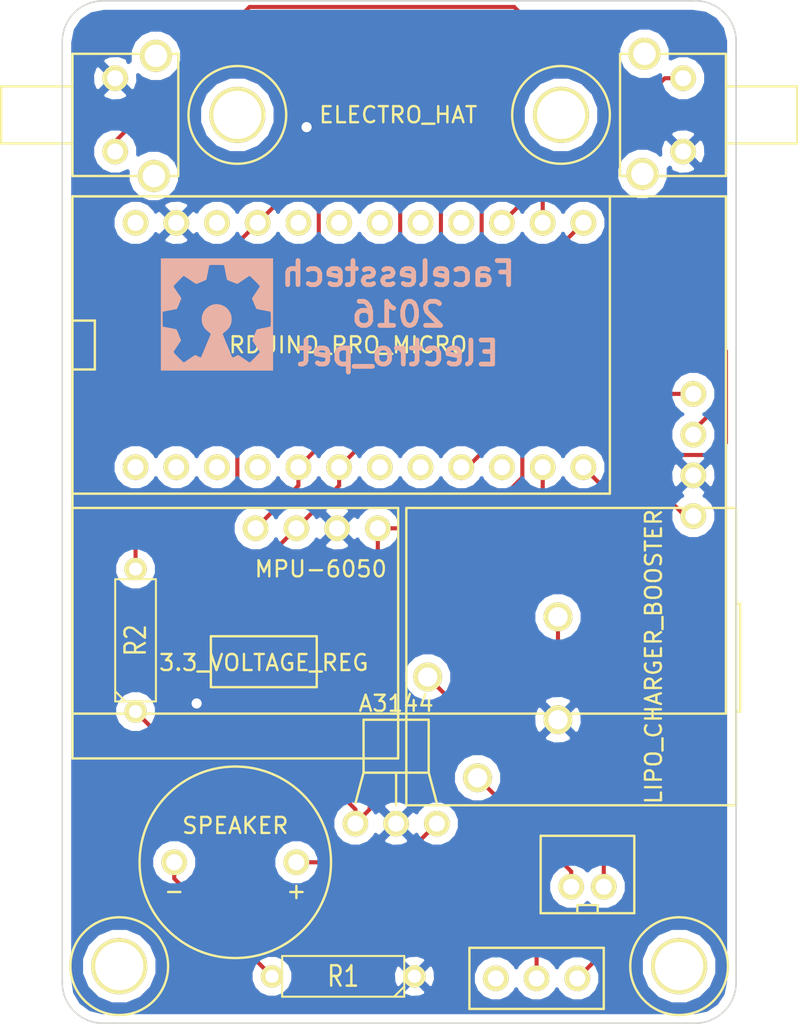
<source format=kicad_pcb>
(kicad_pcb (version 3) (host pcbnew "(22-Jun-2014 BZR 4027)-stable")

  (general
    (links 32)
    (no_connects 0)
    (area 274.405 40.319 329.988 107.636)
    (thickness 1.6)
    (drawings 11)
    (tracks 133)
    (zones 0)
    (modules 19)
    (nets 16)
  )

  (page A3)
  (layers
    (15 F.Cu signal)
    (0 B.Cu signal)
    (16 B.Adhes user)
    (17 F.Adhes user)
    (18 B.Paste user)
    (19 F.Paste user)
    (20 B.SilkS user)
    (21 F.SilkS user)
    (22 B.Mask user)
    (23 F.Mask user)
    (24 Dwgs.User user)
    (25 Cmts.User user)
    (26 Eco1.User user)
    (27 Eco2.User user)
    (28 Edge.Cuts user)
  )

  (setup
    (last_trace_width 0.254)
    (trace_clearance 0.254)
    (zone_clearance 0.508)
    (zone_45_only no)
    (trace_min 0.254)
    (segment_width 0.2)
    (edge_width 0.1)
    (via_size 0.889)
    (via_drill 0.635)
    (via_min_size 0.889)
    (via_min_drill 0.508)
    (uvia_size 0.508)
    (uvia_drill 0.127)
    (uvias_allowed no)
    (uvia_min_size 0.508)
    (uvia_min_drill 0.127)
    (pcb_text_width 0.3)
    (pcb_text_size 1.5 1.5)
    (mod_edge_width 0.15)
    (mod_text_size 1 1)
    (mod_text_width 0.15)
    (pad_size 2.5 2.5)
    (pad_drill 2)
    (pad_to_mask_clearance 0)
    (aux_axis_origin 0 0)
    (visible_elements FFFFFFBF)
    (pcbplotparams
      (layerselection 284196865)
      (usegerberextensions true)
      (excludeedgelayer true)
      (linewidth 0.150000)
      (plotframeref false)
      (viasonmask false)
      (mode 1)
      (useauxorigin false)
      (hpglpennumber 1)
      (hpglpenspeed 20)
      (hpglpendiameter 15)
      (hpglpenoverlay 2)
      (psnegative false)
      (psa4output false)
      (plotreference true)
      (plotvalue true)
      (plotothertext true)
      (plotinvisibletext false)
      (padsonsilk false)
      (subtractmaskfromsilk false)
      (outputformat 1)
      (mirror false)
      (drillshape 0)
      (scaleselection 1)
      (outputdirectory gerbers/))
  )

  (net 0 "")
  (net 1 N-000001)
  (net 2 N-0000010)
  (net 3 N-0000011)
  (net 4 N-000002)
  (net 5 N-0000022)
  (net 6 N-0000023)
  (net 7 N-0000024)
  (net 8 N-000003)
  (net 9 N-0000031)
  (net 10 N-000004)
  (net 11 N-000005)
  (net 12 N-000006)
  (net 13 N-000007)
  (net 14 N-000008)
  (net 15 N-000009)

  (net_class Default "This is the default net class."
    (clearance 0.254)
    (trace_width 0.254)
    (via_dia 0.889)
    (via_drill 0.635)
    (uvia_dia 0.508)
    (uvia_drill 0.127)
    (add_net "")
    (add_net N-000001)
    (add_net N-0000010)
    (add_net N-0000011)
    (add_net N-000002)
    (add_net N-0000022)
    (add_net N-0000023)
    (add_net N-0000024)
    (add_net N-000003)
    (add_net N-0000031)
    (add_net N-000004)
    (add_net N-000005)
    (add_net N-000006)
    (add_net N-000007)
    (add_net N-000008)
    (add_net N-000009)
  )

  (module arduino_leonardo (layer F.Cu) (tedit 57E55857) (tstamp 57CDA8C9)
    (at 298.577 63.754 90)
    (path /57CB08C7)
    (fp_text reference U7 (at 3.175 0 180) (layer F.SilkS) hide
      (effects (font (size 1 1) (thickness 0.15)))
    )
    (fp_text value ARDUINO_PRO_MICRO (at 0 0 180) (layer F.SilkS)
      (effects (font (size 1 1) (thickness 0.15)))
    )
    (fp_line (start -1.524 -16.764) (end -1.524 -15.367) (layer F.SilkS) (width 0.15))
    (fp_line (start -1.524 -15.367) (end 1.524 -15.367) (layer F.SilkS) (width 0.15))
    (fp_line (start 1.524 -15.367) (end 1.524 -16.764) (layer F.SilkS) (width 0.15))
    (fp_line (start 9.144 -16.764) (end 9.271 -16.764) (layer F.SilkS) (width 0.15))
    (fp_line (start 9.271 -16.764) (end 9.271 16.764) (layer F.SilkS) (width 0.15))
    (fp_line (start 9.271 16.764) (end -9.271 16.764) (layer F.SilkS) (width 0.15))
    (fp_line (start -9.271 16.764) (end -9.271 -16.764) (layer F.SilkS) (width 0.15))
    (fp_line (start -9.271 -16.764) (end 9.144 -16.764) (layer F.SilkS) (width 0.15))
    (pad 12 thru_hole circle (at -7.62 15.113 90) (size 1.6 1.6) (drill 1)
      (layers *.Cu *.Mask F.SilkS)
      (net 8 N-000003)
    )
    (pad 11 thru_hole circle (at -7.62 12.573 90) (size 1.6 1.6) (drill 1)
      (layers *.Cu *.Mask F.SilkS)
      (net 9 N-0000031)
    )
    (pad 13 thru_hole circle (at 7.62 15.113 90) (size 1.6 1.6) (drill 1)
      (layers *.Cu *.Mask F.SilkS)
      (net 3 N-0000011)
    )
    (pad 10 thru_hole circle (at -7.62 10.033 90) (size 1.6 1.6) (drill 1)
      (layers *.Cu *.Mask F.SilkS)
    )
    (pad 9 thru_hole circle (at -7.62 7.493 90) (size 1.6 1.6) (drill 1)
      (layers *.Cu *.Mask F.SilkS)
      (net 1 N-000001)
    )
    (pad 8 thru_hole circle (at -7.62 4.953 90) (size 1.6 1.6) (drill 1)
      (layers *.Cu *.Mask F.SilkS)
    )
    (pad 7 thru_hole circle (at -7.62 2.413 90) (size 1.6 1.6) (drill 1)
      (layers *.Cu *.Mask F.SilkS)
    )
    (pad 6 thru_hole circle (at -7.62 -0.127 90) (size 1.6 1.6) (drill 1)
      (layers *.Cu *.Mask F.SilkS)
      (net 6 N-0000023)
    )
    (pad 5 thru_hole circle (at -7.62 -2.667 90) (size 1.6 1.6) (drill 1)
      (layers *.Cu *.Mask F.SilkS)
      (net 7 N-0000024)
    )
    (pad 4 thru_hole circle (at -7.62 -5.207 90) (size 1.6 1.6) (drill 1)
      (layers *.Cu *.Mask F.SilkS)
    )
    (pad 3 thru_hole circle (at -7.62 -7.747 90) (size 1.6 1.6) (drill 1)
      (layers *.Cu *.Mask F.SilkS)
    )
    (pad 2 thru_hole circle (at -7.62 -10.287 90) (size 1.6 1.6) (drill 1)
      (layers *.Cu *.Mask F.SilkS)
    )
    (pad 1 thru_hole circle (at -7.62 -12.827 90) (size 1.6 1.6) (drill 1)
      (layers *.Cu *.Mask F.SilkS)
    )
    (pad 14 thru_hole circle (at 7.62 12.573 90) (size 1.6 1.6) (drill 1)
      (layers *.Cu *.Mask F.SilkS)
      (net 4 N-000002)
    )
    (pad 15 thru_hole circle (at 7.62 10.033 90) (size 1.6 1.6) (drill 1)
      (layers *.Cu *.Mask F.SilkS)
      (net 11 N-000005)
    )
    (pad 16 thru_hole circle (at 7.62 7.493 90) (size 1.6 1.6) (drill 1)
      (layers *.Cu *.Mask F.SilkS)
    )
    (pad 17 thru_hole circle (at 7.62 4.953 90) (size 1.6 1.6) (drill 1)
      (layers *.Cu *.Mask F.SilkS)
    )
    (pad 18 thru_hole circle (at 7.62 2.413 90) (size 1.6 1.6) (drill 1)
      (layers *.Cu *.Mask F.SilkS)
    )
    (pad 19 thru_hole circle (at 7.62 -0.127 90) (size 1.6 1.6) (drill 1)
      (layers *.Cu *.Mask F.SilkS)
    )
    (pad 20 thru_hole circle (at 7.62 -2.667 90) (size 1.6 1.6) (drill 1)
      (layers *.Cu *.Mask F.SilkS)
    )
    (pad 21 thru_hole circle (at 7.62 -5.207 90) (size 1.6 1.6) (drill 1)
      (layers *.Cu *.Mask F.SilkS)
    )
    (pad 22 thru_hole circle (at 7.62 -7.747 90) (size 1.6 1.6) (drill 1)
      (layers *.Cu *.Mask F.SilkS)
    )
    (pad 23 thru_hole circle (at 7.62 -10.287 90) (size 1.6 1.6) (drill 1)
      (layers *.Cu *.Mask F.SilkS)
      (net 2 N-0000010)
    )
    (pad 24 thru_hole circle (at 7.62 -12.827 90) (size 1.6 1.6) (drill 1)
      (layers *.Cu *.Mask F.SilkS)
    )
  )

  (module piezo_small_custom (layer F.Cu) (tedit 57E55820) (tstamp 57CDA9A5)
    (at 291.973 96.012 180)
    (path /57C2F5ED)
    (fp_text reference SP1 (at 0 -7.366 180) (layer F.SilkS) hide
      (effects (font (size 1 1) (thickness 0.15)))
    )
    (fp_text value SPEAKER (at 0 2.286 180) (layer F.SilkS)
      (effects (font (size 1 1) (thickness 0.15)))
    )
    (fp_text user - (at 3.81 -1.778 180) (layer F.SilkS)
      (effects (font (size 1 1) (thickness 0.15)))
    )
    (fp_text user + (at -3.81 -1.778 180) (layer F.SilkS)
      (effects (font (size 1 1) (thickness 0.15)))
    )
    (fp_circle (center 0 0) (end 5.969 0.127) (layer F.SilkS) (width 0.15))
    (pad 1 thru_hole circle (at 3.81 0 180) (size 1.6 1.6) (drill 1)
      (layers *.Cu *.Mask F.SilkS)
      (net 10 N-000004)
    )
    (pad 2 thru_hole circle (at -3.81 0 180) (size 1.6 1.6) (drill 1)
      (layers *.Cu *.Mask F.SilkS)
      (net 8 N-000003)
    )
  )

  (module electro_hat_custom (layer F.Cu) (tedit 57EA4B84) (tstamp 57CDAB04)
    (at 302.133 45.593)
    (path /57CBEF1F)
    (fp_text reference U3 (at 0 -4.445) (layer F.SilkS) hide
      (effects (font (size 1 1) (thickness 0.15)))
    )
    (fp_text value ELECTRO_HAT (at 0 3.81) (layer F.SilkS)
      (effects (font (size 1 1) (thickness 0.15)))
    )
    (pad 3 smd rect (at -1.27 0) (size 1.2 4.5)
      (layers F.Cu F.Paste F.Mask)
      (net 6 N-0000023)
    )
    (pad 4 smd rect (at 1.27 0) (size 1.2 4.5)
      (layers F.Cu F.Paste F.Mask)
      (net 7 N-0000024)
    )
    (pad 2 smd rect (at -3.81 0) (size 1.2 4.5)
      (layers F.Cu F.Paste F.Mask)
      (net 5 N-0000022)
    )
    (pad 1 smd rect (at -6.35 0) (size 1.2 4.5)
      (layers F.Cu F.Paste F.Mask)
      (net 2 N-0000010)
    )
    (pad 5 smd rect (at 3.81 0) (size 1.2 4.5)
      (layers F.Cu F.Paste F.Mask)
      (net 1 N-000001)
    )
    (pad 6 smd rect (at 6.35 0) (size 1.2 4.5)
      (layers F.Cu F.Paste F.Mask)
      (net 3 N-0000011)
    )
  )

  (module AMS1117_custom (layer F.Cu) (tedit 5804D7E7) (tstamp 57CDAB62)
    (at 293.751 86.741)
    (path /57CB075C)
    (fp_text reference U4 (at 0 -9.779) (layer F.SilkS) hide
      (effects (font (size 1 1) (thickness 0.15)))
    )
    (fp_text value 3.3_VOLTAGE_REG (at 0 -3.175) (layer F.SilkS)
      (effects (font (size 1 1) (thickness 0.15)))
    )
    (fp_line (start -3.302 -4.826) (end 3.302 -4.826) (layer F.SilkS) (width 0.15))
    (fp_line (start 3.302 -4.826) (end 3.302 -1.651) (layer F.SilkS) (width 0.15))
    (fp_line (start 3.302 -1.651) (end -3.302 -1.651) (layer F.SilkS) (width 0.15))
    (fp_line (start -3.302 -1.651) (end -3.302 -4.826) (layer F.SilkS) (width 0.15))
    (pad 1 smd rect (at -2.286 0) (size 1.2 1.2)
      (layers F.Cu F.Paste F.Mask)
      (net 2 N-0000010)
    )
    (pad 2 smd rect (at 0 0) (size 1.2 1.2)
      (layers F.Cu F.Paste F.Mask)
      (net 12 N-000006)
    )
    (pad 3 smd rect (at 2.286 0) (size 1.2 1.2)
      (layers F.Cu F.Paste F.Mask)
      (net 5 N-0000022)
    )
    (pad 0 smd rect (at 0 -6.604) (size 3 1.2)
      (layers F.Cu F.Paste F.Mask)
    )
  )

  (module right_angle_button_custom (layer F.Cu) (tedit 57E558B7) (tstamp 57D975CF)
    (at 319.278 49.403)
    (path /57C48356)
    (fp_text reference SW3 (at 0 -6.096) (layer F.SilkS) hide
      (effects (font (size 1 1) (thickness 0.15)))
    )
    (fp_text value SW_PUSH (at 1.905 5.207) (layer F.SilkS) hide
      (effects (font (size 1 1) (thickness 0.15)))
    )
    (fp_line (start 3.302 -1.778) (end 7.747 -1.778) (layer F.SilkS) (width 0.15))
    (fp_line (start 7.747 -1.778) (end 7.747 1.778) (layer F.SilkS) (width 0.15))
    (fp_line (start 7.747 1.778) (end 3.302 1.778) (layer F.SilkS) (width 0.15))
    (fp_line (start -3.302 0) (end -3.302 -3.81) (layer F.SilkS) (width 0.15))
    (fp_line (start -3.302 -3.81) (end 3.302 -3.81) (layer F.SilkS) (width 0.15))
    (fp_line (start 3.302 -3.81) (end 3.302 3.81) (layer F.SilkS) (width 0.15))
    (fp_line (start 3.302 3.81) (end -3.302 3.81) (layer F.SilkS) (width 0.15))
    (fp_line (start -3.302 3.81) (end -3.302 0) (layer F.SilkS) (width 0.15))
    (pad 1 thru_hole circle (at 0.635 -2.286) (size 1.6 1.6) (drill 1)
      (layers *.Cu *.Mask F.SilkS)
      (net 4 N-000002)
    )
    (pad 2 thru_hole circle (at 0.635 2.286) (size 1.6 1.6) (drill 1)
      (layers *.Cu *.Mask F.SilkS)
      (net 2 N-0000010)
    )
    (pad 3 thru_hole circle (at -1.905 3.683) (size 2 2) (drill 1.4)
      (layers *.Cu *.Mask F.SilkS)
    )
    (pad 4 thru_hole circle (at -1.778 -3.81) (size 2 2) (drill 1.4)
      (layers *.Cu *.Mask F.SilkS)
    )
  )

  (module right_angle_button_custom (layer F.Cu) (tedit 57E558C1) (tstamp 57D975DF)
    (at 285.115 49.403 180)
    (path /57C5B972)
    (fp_text reference SW2 (at 0 -6.096 180) (layer F.SilkS) hide
      (effects (font (size 1 1) (thickness 0.15)))
    )
    (fp_text value SW_PUSH (at 1.905 5.207 180) (layer F.SilkS) hide
      (effects (font (size 1 1) (thickness 0.15)))
    )
    (fp_line (start 3.302 -1.778) (end 7.747 -1.778) (layer F.SilkS) (width 0.15))
    (fp_line (start 7.747 -1.778) (end 7.747 1.778) (layer F.SilkS) (width 0.15))
    (fp_line (start 7.747 1.778) (end 3.302 1.778) (layer F.SilkS) (width 0.15))
    (fp_line (start -3.302 0) (end -3.302 -3.81) (layer F.SilkS) (width 0.15))
    (fp_line (start -3.302 -3.81) (end 3.302 -3.81) (layer F.SilkS) (width 0.15))
    (fp_line (start 3.302 -3.81) (end 3.302 3.81) (layer F.SilkS) (width 0.15))
    (fp_line (start 3.302 3.81) (end -3.302 3.81) (layer F.SilkS) (width 0.15))
    (fp_line (start -3.302 3.81) (end -3.302 0) (layer F.SilkS) (width 0.15))
    (pad 1 thru_hole circle (at 0.635 -2.286 180) (size 1.6 1.6) (drill 1)
      (layers *.Cu *.Mask F.SilkS)
      (net 11 N-000005)
    )
    (pad 2 thru_hole circle (at 0.635 2.286 180) (size 1.6 1.6) (drill 1)
      (layers *.Cu *.Mask F.SilkS)
      (net 2 N-0000010)
    )
    (pad 3 thru_hole circle (at -1.905 3.683 180) (size 2 2) (drill 1.4)
      (layers *.Cu *.Mask F.SilkS)
    )
    (pad 4 thru_hole circle (at -1.778 -3.81 180) (size 2 2) (drill 1.4)
      (layers *.Cu *.Mask F.SilkS)
    )
  )

  (module 3_pin_switch_custom (layer F.Cu) (tedit 57E55757) (tstamp 57D99A62)
    (at 310.769 103.251 180)
    (path /57C44A93)
    (fp_text reference SW1 (at 0 -3.556 180) (layer F.SilkS) hide
      (effects (font (size 1 1) (thickness 0.15)))
    )
    (fp_text value SWITCH_INV (at 0 3.556 180) (layer F.SilkS) hide
      (effects (font (size 1 1) (thickness 0.15)))
    )
    (fp_line (start -4.191 -1.905) (end 4.191 -1.905) (layer F.SilkS) (width 0.15))
    (fp_line (start 4.191 -1.905) (end 4.191 1.905) (layer F.SilkS) (width 0.15))
    (fp_line (start 4.191 1.905) (end -4.191 1.905) (layer F.SilkS) (width 0.15))
    (fp_line (start -4.191 1.905) (end -4.191 -1.905) (layer F.SilkS) (width 0.15))
    (pad 1 thru_hole circle (at -2.54 0 180) (size 1.6 1.6) (drill 1)
      (layers *.Cu *.Mask F.SilkS)
      (net 15 N-000009)
    )
    (pad 2 thru_hole circle (at 0 0 180) (size 1.6 1.6) (drill 1)
      (layers *.Cu *.Mask F.SilkS)
      (net 5 N-0000022)
    )
    (pad 3 thru_hole circle (at 2.54 0 180) (size 1.6 1.6) (drill 1)
      (layers *.Cu *.Mask F.SilkS)
    )
  )

  (module A3144_custom (layer F.Cu) (tedit 57E557A9) (tstamp 57DAE63E)
    (at 302.006 93.599)
    (path /57CBEF3F)
    (fp_text reference U9 (at -4.953 0 90) (layer F.SilkS) hide
      (effects (font (size 1 1) (thickness 0.15)))
    )
    (fp_text value A3144 (at 0 -7.493) (layer F.SilkS)
      (effects (font (size 1 1) (thickness 0.15)))
    )
    (fp_line (start -2.032 -3.175) (end -2.54 -1.27) (layer F.SilkS) (width 0.15))
    (fp_line (start 2.032 -3.175) (end 2.54 -1.27) (layer F.SilkS) (width 0.15))
    (fp_line (start 0 -3.175) (end 0 -1.143) (layer F.SilkS) (width 0.15))
    (fp_line (start -2.032 -3.175) (end -2.032 -6.477) (layer F.SilkS) (width 0.15))
    (fp_line (start -2.032 -6.477) (end 2.032 -6.477) (layer F.SilkS) (width 0.15))
    (fp_line (start 2.032 -6.477) (end 2.032 -3.175) (layer F.SilkS) (width 0.15))
    (fp_line (start -2.032 -3.175) (end 2.032 -3.175) (layer F.SilkS) (width 0.15))
    (pad 1 thru_hole circle (at 2.54 0) (size 1.6 1.6) (drill 1)
      (layers *.Cu *.Mask F.SilkS)
      (net 5 N-0000022)
    )
    (pad 2 thru_hole circle (at 0 0) (size 1.6 1.6) (drill 1)
      (layers *.Cu *.Mask F.SilkS)
      (net 2 N-0000010)
    )
    (pad 3 thru_hole circle (at -2.54 0) (size 1.6 1.6) (drill 1)
      (layers *.Cu *.Mask F.SilkS)
      (net 9 N-0000031)
    )
  )

  (module M3_bolt_nut_custom (layer F.Cu) (tedit 57EA4B75) (tstamp 57DC0E2B)
    (at 312.293 49.403)
    (fp_text reference M3_bolt_nut_custom (at 0 -3.429) (layer F.SilkS) hide
      (effects (font (size 1 1) (thickness 0.15)))
    )
    (fp_text value VAL** (at 0 4.191) (layer F.SilkS) hide
      (effects (font (size 1 1) (thickness 0.15)))
    )
    (fp_circle (center 0 0) (end 3.048 0) (layer F.SilkS) (width 0.15))
    (pad 1 thru_hole circle (at 0 0) (size 3.5 3.5) (drill 3)
      (layers *.Cu *.Mask F.SilkS)
    )
  )

  (module M3_bolt_nut_custom (layer F.Cu) (tedit 57EA4B7D) (tstamp 57DC0E7E)
    (at 292.1 49.403)
    (fp_text reference M3_bolt_nut_custom (at 0 -3.429) (layer F.SilkS) hide
      (effects (font (size 1 1) (thickness 0.15)))
    )
    (fp_text value VAL** (at 0 4.191) (layer F.SilkS) hide
      (effects (font (size 1 1) (thickness 0.15)))
    )
    (fp_circle (center 0 0) (end 3.048 0) (layer F.SilkS) (width 0.15))
    (pad 1 thru_hole circle (at 0 0) (size 3.5 3.5) (drill 3)
      (layers *.Cu *.Mask F.SilkS)
    )
  )

  (module M3_bolt_nut_custom (layer F.Cu) (tedit 57E55714) (tstamp 57DC0DE6)
    (at 319.659 102.489)
    (fp_text reference M3_bolt_nut_custom (at 0 -3.429) (layer F.SilkS) hide
      (effects (font (size 1 1) (thickness 0.15)))
    )
    (fp_text value VAL** (at 0 4.191) (layer F.SilkS) hide
      (effects (font (size 1 1) (thickness 0.15)))
    )
    (fp_circle (center 0 0) (end 3.048 0) (layer F.SilkS) (width 0.15))
    (pad 1 thru_hole circle (at 0 0) (size 3.5 3.5) (drill 3)
      (layers *.Cu *.Mask F.SilkS)
    )
  )

  (module M3_bolt_nut_custom (layer F.Cu) (tedit 57E5574C) (tstamp 57DC0DF1)
    (at 284.734 102.489)
    (fp_text reference M3_bolt_nut_custom (at 0 -3.429) (layer F.SilkS) hide
      (effects (font (size 1 1) (thickness 0.15)))
    )
    (fp_text value VAL** (at 0 4.191) (layer F.SilkS) hide
      (effects (font (size 1 1) (thickness 0.15)))
    )
    (fp_circle (center 0 0) (end 3.048 0) (layer F.SilkS) (width 0.15))
    (pad 1 thru_hole circle (at 0 0) (size 3.5 3.5) (drill 3)
      (layers *.Cu *.Mask F.SilkS)
    )
  )

  (module 8x8_matrix_custom (layer F.Cu) (tedit 57E5586C) (tstamp 57DC29AA)
    (at 320.548 70.612 90)
    (path /57CBEEB4)
    (fp_text reference U1 (at 0 -37.465 90) (layer F.SilkS) hide
      (effects (font (size 1 1) (thickness 0.15)))
    )
    (fp_text value 8X8_LED_MATRIX (at 0 -3.556 90) (layer F.SilkS) hide
      (effects (font (size 1 1) (thickness 0.15)))
    )
    (fp_line (start 16.129 2.032) (end 16.129 -38.735) (layer F.SilkS) (width 0.15))
    (fp_line (start 16.129 -38.735) (end -16.129 -38.735) (layer F.SilkS) (width 0.15))
    (fp_line (start -16.129 -38.735) (end -16.129 2.032) (layer F.SilkS) (width 0.15))
    (fp_line (start -16.129 2.032) (end 16.129 2.032) (layer F.SilkS) (width 0.15))
    (pad 2 thru_hole circle (at 1.27 0 90) (size 1.6 1.6) (drill 1)
      (layers *.Cu *.Mask F.SilkS)
      (net 7 N-0000024)
    )
    (pad 3 thru_hole circle (at -1.27 0 90) (size 1.6 1.6) (drill 1)
      (layers *.Cu *.Mask F.SilkS)
      (net 2 N-0000010)
    )
    (pad 4 thru_hole circle (at -3.81 0 90) (size 1.6 1.6) (drill 1)
      (layers *.Cu *.Mask F.SilkS)
      (net 12 N-000006)
    )
    (pad 1 thru_hole circle (at 3.81 0 90) (size 1.6 1.6) (drill 1)
      (layers *.Cu *.Mask F.SilkS)
      (net 6 N-0000023)
    )
  )

  (module JST-PH_custom (layer F.Cu) (tedit 57E55797) (tstamp 57E42113)
    (at 313.944 96.774)
    (path /57C2F67C)
    (fp_text reference U8 (at 0 -4.064) (layer F.SilkS) hide
      (effects (font (size 1 1) (thickness 0.15)))
    )
    (fp_text value BATTERY_CUSTOM (at 0 4.191) (layer F.SilkS) hide
      (effects (font (size 1 1) (thickness 0.15)))
    )
    (fp_line (start -0.635 2.413) (end -0.635 1.905) (layer F.SilkS) (width 0.15))
    (fp_line (start -0.635 1.905) (end 0.635 1.905) (layer F.SilkS) (width 0.15))
    (fp_line (start 0.635 1.905) (end 0.635 2.413) (layer F.SilkS) (width 0.15))
    (fp_line (start -2.921 2.413) (end 2.921 2.413) (layer F.SilkS) (width 0.15))
    (fp_line (start -2.921 -2.413) (end 2.921 -2.413) (layer F.SilkS) (width 0.15))
    (fp_line (start -2.921 -2.413) (end -2.921 2.413) (layer F.SilkS) (width 0.15))
    (fp_line (start 2.921 -2.413) (end 2.921 2.413) (layer F.SilkS) (width 0.15))
    (pad 1 thru_hole circle (at -1.016 0.762) (size 1.6 1.6) (drill 1)
      (layers *.Cu *.Mask F.SilkS)
      (net 14 N-000008)
    )
    (pad 2 thru_hole circle (at 1.016 0.762) (size 1.6 1.6) (drill 1)
      (layers *.Cu *.Mask F.SilkS)
      (net 13 N-000007)
    )
  )

  (module OSH_final_silks_back (layer F.Cu) (tedit 0) (tstamp 57EB05E9)
    (at 290.83 61.849)
    (fp_text reference VAL (at 0 0) (layer F.SilkS) hide
      (effects (font (size 1.143 1.143) (thickness 0.1778)))
    )
    (fp_text value OSH_final_silks_back (at 0 0) (layer F.SilkS) hide
      (effects (font (size 1.143 1.143) (thickness 0.1778)))
    )
    (fp_poly (pts (xy -3.50012 3.50012) (xy -3.3909 3.50012) (xy -3.3909 0.4318) (xy -3.3909 0.29464)
      (xy -3.3909 0.14986) (xy -3.3909 0.0381) (xy -3.38836 -0.04572) (xy -3.38582 -0.10414)
      (xy -3.38074 -0.14224) (xy -3.37566 -0.1651) (xy -3.36804 -0.17272) (xy -3.34264 -0.1778)
      (xy -3.2893 -0.1905) (xy -3.21056 -0.20574) (xy -3.1115 -0.22606) (xy -2.99974 -0.24638)
      (xy -2.92608 -0.25908) (xy -2.80924 -0.28194) (xy -2.70256 -0.30226) (xy -2.61366 -0.32004)
      (xy -2.54762 -0.33528) (xy -2.50952 -0.3429) (xy -2.49936 -0.34798) (xy -2.4892 -0.3683)
      (xy -2.46634 -0.41656) (xy -2.43586 -0.48514) (xy -2.4003 -0.56642) (xy -2.3622 -0.65532)
      (xy -2.3241 -0.74676) (xy -2.28854 -0.83312) (xy -2.25806 -0.90678) (xy -2.23774 -0.96266)
      (xy -2.22504 -0.99568) (xy -2.22504 -0.99822) (xy -2.2352 -1.02362) (xy -2.2606 -1.07188)
      (xy -2.30124 -1.13284) (xy -2.33934 -1.19126) (xy -2.4511 -1.34874) (xy -2.54 -1.48082)
      (xy -2.60858 -1.58496) (xy -2.65938 -1.6637) (xy -2.6924 -1.71958) (xy -2.70764 -1.7526)
      (xy -2.71018 -1.75768) (xy -2.69748 -1.778) (xy -2.66446 -1.81864) (xy -2.61366 -1.87452)
      (xy -2.54762 -1.9431) (xy -2.4765 -2.0193) (xy -2.39776 -2.09804) (xy -2.31902 -2.17678)
      (xy -2.24536 -2.25044) (xy -2.17932 -2.31394) (xy -2.12598 -2.36474) (xy -2.08788 -2.39522)
      (xy -2.07264 -2.40538) (xy -2.05232 -2.39522) (xy -2.0066 -2.36728) (xy -1.94056 -2.32664)
      (xy -1.85928 -2.27076) (xy -1.76276 -2.20726) (xy -1.68656 -2.15392) (xy -1.58242 -2.08534)
      (xy -1.49098 -2.02184) (xy -1.41224 -1.97104) (xy -1.35128 -1.93294) (xy -1.31064 -1.91008)
      (xy -1.29794 -1.90246) (xy -1.27254 -1.91008) (xy -1.2192 -1.92786) (xy -1.14808 -1.9558)
      (xy -1.06426 -1.99136) (xy -0.97282 -2.02692) (xy -0.88392 -2.06756) (xy -0.80264 -2.10312)
      (xy -0.73406 -2.13614) (xy -0.6858 -2.159) (xy -0.66294 -2.17424) (xy -0.66294 -2.17424)
      (xy -0.65532 -2.19964) (xy -0.64262 -2.25298) (xy -0.62738 -2.33172) (xy -0.60706 -2.43078)
      (xy -0.58674 -2.54254) (xy -0.57404 -2.6035) (xy -0.55372 -2.72034) (xy -0.53086 -2.82956)
      (xy -0.51308 -2.921) (xy -0.49784 -2.99212) (xy -0.48768 -3.03784) (xy -0.48514 -3.048)
      (xy -0.47752 -3.0607) (xy -0.4699 -3.06832) (xy -0.45212 -3.07594) (xy -0.42418 -3.08102)
      (xy -0.381 -3.08356) (xy -0.3175 -3.0861) (xy -0.2286 -3.0861) (xy -0.11176 -3.08864)
      (xy -0.02032 -3.08864) (xy 0.10922 -3.0861) (xy 0.22352 -3.0861) (xy 0.3175 -3.08102)
      (xy 0.38862 -3.07848) (xy 0.42926 -3.0734) (xy 0.43942 -3.07086) (xy 0.4445 -3.05054)
      (xy 0.4572 -2.9972) (xy 0.47244 -2.921) (xy 0.49276 -2.82194) (xy 0.51308 -2.71018)
      (xy 0.53086 -2.6162) (xy 0.55372 -2.49682) (xy 0.57658 -2.38506) (xy 0.5969 -2.29108)
      (xy 0.61468 -2.21996) (xy 0.62738 -2.17424) (xy 0.635 -2.16154) (xy 0.6604 -2.14376)
      (xy 0.7112 -2.1209) (xy 0.78232 -2.09042) (xy 0.86614 -2.05486) (xy 0.95758 -2.0193)
      (xy 1.04648 -1.98374) (xy 1.1303 -1.95072) (xy 1.20142 -1.92786) (xy 1.25222 -1.91262)
      (xy 1.27508 -1.90754) (xy 1.2954 -1.92024) (xy 1.34366 -1.95072) (xy 1.4097 -1.9939)
      (xy 1.49352 -2.04978) (xy 1.59004 -2.11328) (xy 1.65608 -2.16154) (xy 1.75768 -2.23012)
      (xy 1.84658 -2.29108) (xy 1.92532 -2.34188) (xy 1.98628 -2.37998) (xy 2.02184 -2.4003)
      (xy 2.032 -2.40538) (xy 2.05232 -2.39268) (xy 2.09296 -2.35966) (xy 2.14884 -2.30632)
      (xy 2.21996 -2.23774) (xy 2.30378 -2.15646) (xy 2.36728 -2.09296) (xy 2.47142 -1.98882)
      (xy 2.5527 -1.905) (xy 2.61112 -1.8415) (xy 2.64668 -1.79578) (xy 2.667 -1.7653)
      (xy 2.66954 -1.74752) (xy 2.65684 -1.72466) (xy 2.6289 -1.6764) (xy 2.58318 -1.60528)
      (xy 2.5273 -1.52146) (xy 2.4638 -1.42748) (xy 2.4257 -1.3716) (xy 2.35966 -1.27254)
      (xy 2.2987 -1.1811) (xy 2.2479 -1.10236) (xy 2.21234 -1.04394) (xy 2.19202 -1.00584)
      (xy 2.18948 -0.99568) (xy 2.1971 -0.97028) (xy 2.21488 -0.91948) (xy 2.24282 -0.84836)
      (xy 2.27838 -0.76454) (xy 2.31394 -0.6731) (xy 2.35204 -0.58166) (xy 2.39014 -0.50038)
      (xy 2.42062 -0.42926) (xy 2.44602 -0.37846) (xy 2.45872 -0.35306) (xy 2.45872 -0.35306)
      (xy 2.48158 -0.34544) (xy 2.53238 -0.33274) (xy 2.60858 -0.31496) (xy 2.7051 -0.29464)
      (xy 2.81686 -0.27432) (xy 2.89052 -0.25908) (xy 3.0099 -0.23622) (xy 3.11658 -0.2159)
      (xy 3.20802 -0.19812) (xy 3.27914 -0.18542) (xy 3.32232 -0.17526) (xy 3.33248 -0.17272)
      (xy 3.3401 -0.1524) (xy 3.34772 -0.1016) (xy 3.35026 -0.02794) (xy 3.35534 0.0635)
      (xy 3.35788 0.17018) (xy 3.35788 0.2794) (xy 3.35788 0.39116) (xy 3.35788 0.49784)
      (xy 3.3528 0.59182) (xy 3.34772 0.67056) (xy 3.34264 0.7239) (xy 3.33502 0.7493)
      (xy 3.33502 0.7493) (xy 3.30962 0.75692) (xy 3.25628 0.76962) (xy 3.18008 0.7874)
      (xy 3.08102 0.80772) (xy 2.96926 0.82804) (xy 2.9083 0.84074) (xy 2.794 0.86106)
      (xy 2.68732 0.88392) (xy 2.59842 0.90424) (xy 2.53238 0.91948) (xy 2.49174 0.93218)
      (xy 2.48412 0.93726) (xy 2.47142 0.96012) (xy 2.44856 1.01092) (xy 2.41808 1.08204)
      (xy 2.37998 1.16586) (xy 2.34442 1.25984) (xy 2.30632 1.35382) (xy 2.27076 1.44272)
      (xy 2.24028 1.51892) (xy 2.21996 1.57988) (xy 2.2098 1.61544) (xy 2.20726 1.62052)
      (xy 2.21742 1.64084) (xy 2.24536 1.68656) (xy 2.28854 1.7526) (xy 2.34188 1.83388)
      (xy 2.40538 1.92786) (xy 2.44094 1.97866) (xy 2.50952 2.07772) (xy 2.56794 2.16662)
      (xy 2.6162 2.24536) (xy 2.65176 2.30378) (xy 2.67208 2.33934) (xy 2.67462 2.3495)
      (xy 2.66192 2.36728) (xy 2.6289 2.40792) (xy 2.5781 2.4638) (xy 2.5146 2.53238)
      (xy 2.44094 2.60858) (xy 2.36474 2.68732) (xy 2.286 2.76606) (xy 2.21234 2.83972)
      (xy 2.1463 2.90322) (xy 2.09296 2.95402) (xy 2.0574 2.98704) (xy 2.03962 2.9972)
      (xy 2.02184 2.98704) (xy 1.97866 2.96164) (xy 1.91516 2.91846) (xy 1.83388 2.86512)
      (xy 1.74244 2.80162) (xy 1.68656 2.76352) (xy 1.5875 2.69748) (xy 1.4986 2.63906)
      (xy 1.4224 2.58826) (xy 1.36398 2.5527) (xy 1.32842 2.53238) (xy 1.3208 2.52984)
      (xy 1.2954 2.53746) (xy 1.24714 2.56032) (xy 1.18364 2.5908) (xy 1.14046 2.61366)
      (xy 1.06426 2.65176) (xy 1.01346 2.67462) (xy 0.97536 2.67462) (xy 0.94742 2.65176)
      (xy 0.92202 2.6035) (xy 0.889 2.52222) (xy 0.88392 2.51206) (xy 0.8636 2.4638)
      (xy 0.83312 2.38506) (xy 0.79248 2.286) (xy 0.74422 2.16662) (xy 0.68834 2.03708)
      (xy 0.63246 1.89738) (xy 0.59436 1.80848) (xy 0.53848 1.67386) (xy 0.48768 1.54686)
      (xy 0.4445 1.43764) (xy 0.4064 1.34366) (xy 0.37846 1.27254) (xy 0.36322 1.22682)
      (xy 0.35814 1.21412) (xy 0.37338 1.19126) (xy 0.40894 1.1557) (xy 0.46228 1.11252)
      (xy 0.48514 1.09474) (xy 0.635 0.97028) (xy 0.7493 0.8382) (xy 0.83312 0.6985)
      (xy 0.88646 0.5461) (xy 0.91186 0.37592) (xy 0.9144 0.28448) (xy 0.89916 0.1016)
      (xy 0.8509 -0.06604) (xy 0.76708 -0.22098) (xy 0.65278 -0.36068) (xy 0.6096 -0.40132)
      (xy 0.46482 -0.508) (xy 0.30734 -0.5842) (xy 0.14224 -0.62992) (xy -0.0254 -0.64262)
      (xy -0.19558 -0.62738) (xy -0.35814 -0.57912) (xy -0.51308 -0.50292) (xy -0.65278 -0.3937)
      (xy -0.70104 -0.34798) (xy -0.81534 -0.2032) (xy -0.89408 -0.0508) (xy -0.94234 0.1143)
      (xy -0.95758 0.29464) (xy -0.95758 0.29718) (xy -0.9398 0.47752) (xy -0.89154 0.6477)
      (xy -0.81026 0.80264) (xy -0.69342 0.94488) (xy -0.5461 1.07696) (xy -0.50546 1.10744)
      (xy -0.45212 1.14808) (xy -0.41402 1.18364) (xy -0.39624 1.20904) (xy -0.3937 1.21158)
      (xy -0.40132 1.23698) (xy -0.4191 1.28778) (xy -0.44704 1.35636) (xy -0.48006 1.43764)
      (xy -0.4826 1.4478) (xy -0.51308 1.52146) (xy -0.55626 1.62052) (xy -0.60452 1.7399)
      (xy -0.6604 1.87198) (xy -0.71882 2.01168) (xy -0.7747 2.15138) (xy -0.77978 2.16154)
      (xy -0.83312 2.28854) (xy -0.88138 2.40284) (xy -0.92456 2.50444) (xy -0.96012 2.58572)
      (xy -0.98552 2.64414) (xy -1.00076 2.67716) (xy -1.0033 2.6797) (xy -1.02616 2.6797)
      (xy -1.07188 2.66192) (xy -1.13792 2.63398) (xy -1.17856 2.61366) (xy -1.24968 2.5781)
      (xy -1.3081 2.55016) (xy -1.34874 2.53238) (xy -1.36144 2.52984) (xy -1.38176 2.54)
      (xy -1.42748 2.56794) (xy -1.49352 2.60858) (xy -1.5748 2.66192) (xy -1.66624 2.72542)
      (xy -1.69418 2.7432) (xy -1.78816 2.80924) (xy -1.87706 2.86766) (xy -1.95072 2.91846)
      (xy -2.0066 2.95402) (xy -2.03962 2.97688) (xy -2.0447 2.97942) (xy -2.05994 2.9845)
      (xy -2.07518 2.98196) (xy -2.0955 2.9718) (xy -2.12598 2.95148) (xy -2.16662 2.91338)
      (xy -2.22504 2.86004) (xy -2.2987 2.78638) (xy -2.39776 2.68986) (xy -2.39776 2.68986)
      (xy -2.4892 2.59588) (xy -2.57048 2.51206) (xy -2.63398 2.44348) (xy -2.68224 2.3876)
      (xy -2.7051 2.35458) (xy -2.71018 2.34696) (xy -2.70002 2.32156) (xy -2.67208 2.2733)
      (xy -2.63144 2.20472) (xy -2.57556 2.1209) (xy -2.51206 2.02692) (xy -2.4765 1.97358)
      (xy -2.41046 1.87706) (xy -2.35204 1.78816) (xy -2.30124 1.7145) (xy -2.26568 1.65862)
      (xy -2.24536 1.6256) (xy -2.24282 1.62052) (xy -2.25044 1.59766) (xy -2.26822 1.54686)
      (xy -2.29616 1.47828) (xy -2.32664 1.39446) (xy -2.36474 1.30302) (xy -2.40284 1.21158)
      (xy -2.4384 1.12268) (xy -2.47142 1.04394) (xy -2.49682 0.98552) (xy -2.5146 0.94996)
      (xy -2.51714 0.94488) (xy -2.53238 0.93218) (xy -2.5654 0.92202) (xy -2.6162 0.90678)
      (xy -2.68986 0.889) (xy -2.78638 0.86868) (xy -2.91338 0.84582) (xy -3.07086 0.81534)
      (xy -3.16738 0.79756) (xy -3.24358 0.78486) (xy -3.30708 0.77216) (xy -3.35026 0.762)
      (xy -3.36042 0.75946) (xy -3.37058 0.75438) (xy -3.3782 0.74422) (xy -3.38328 0.71882)
      (xy -3.38582 0.68072) (xy -3.38836 0.6223) (xy -3.3909 0.54102) (xy -3.3909 0.4318)
      (xy -3.3909 3.50012) (xy 0 3.50012) (xy 3.50012 3.50012) (xy 3.50012 0)
      (xy 3.50012 -3.50012) (xy 0 -3.50012) (xy -3.50012 -3.50012) (xy -3.50012 0)
      (xy -3.50012 3.50012) (xy -3.50012 3.50012)) (layer B.SilkS) (width 0.00254))
  )

  (module mpu-6050_custom (layer F.Cu) (tedit 5804D833) (tstamp 5804D6FB)
    (at 291.973 75.184 180)
    (path /57C2F22F)
    (fp_text reference U5 (at 0 -3.175 180) (layer F.SilkS) hide
      (effects (font (size 1 1) (thickness 0.15)))
    )
    (fp_text value MPU-6050 (at -5.334 -2.54 180) (layer F.SilkS)
      (effects (font (size 1 1) (thickness 0.15)))
    )
    (fp_line (start -10.16 1.27) (end -10.16 -14.351) (layer F.SilkS) (width 0.15))
    (fp_line (start -10.16 -14.351) (end 10.16 -14.351) (layer F.SilkS) (width 0.15))
    (fp_line (start 10.16 -14.351) (end 10.16 1.27) (layer F.SilkS) (width 0.15))
    (fp_line (start -10.16 1.27) (end 10.16 1.27) (layer F.SilkS) (width 0.15))
    (pad 4 thru_hole circle (at -1.27 0 180) (size 1.6 1.6) (drill 1)
      (layers *.Cu *.Mask F.SilkS)
      (net 7 N-0000024)
    )
    (pad 3 thru_hole circle (at -3.81 0 180) (size 1.6 1.6) (drill 1)
      (layers *.Cu *.Mask F.SilkS)
      (net 6 N-0000023)
    )
    (pad 2 thru_hole circle (at -6.35 0 180) (size 1.6 1.6) (drill 1)
      (layers *.Cu *.Mask F.SilkS)
      (net 2 N-0000010)
    )
    (pad 1 thru_hole circle (at -8.89 0 180) (size 1.6 1.6) (drill 1)
      (layers *.Cu *.Mask F.SilkS)
      (net 12 N-000006)
    )
  )

  (module R3-5 (layer F.Cu) (tedit 3F979F9F) (tstamp 58237F16)
    (at 285.75 82.169 90)
    (path /57C2F015)
    (fp_text reference R2 (at 0 0 90) (layer F.SilkS)
      (effects (font (size 1.27 1.016) (thickness 0.1524)))
    )
    (fp_text value R (at 0 0 90) (layer F.SilkS) hide
      (effects (font (size 1.27 1.016) (thickness 0.1524)))
    )
    (fp_line (start -3.81 -0.635) (end -3.81 1.27) (layer F.SilkS) (width 0.127))
    (fp_line (start -3.81 1.27) (end 3.81 1.27) (layer F.SilkS) (width 0.127))
    (fp_line (start 3.81 1.27) (end 3.81 -1.27) (layer F.SilkS) (width 0.127))
    (fp_line (start 3.81 -1.27) (end -3.81 -1.27) (layer F.SilkS) (width 0.127))
    (fp_line (start -3.81 -1.27) (end -3.81 -0.635) (layer F.SilkS) (width 0.127))
    (fp_line (start -4.445 0) (end -3.81 0) (layer F.SilkS) (width 0.127))
    (fp_line (start 3.81 0) (end 4.445 0) (layer F.SilkS) (width 0.127))
    (fp_line (start -3.81 -0.635) (end -3.175 -1.27) (layer F.SilkS) (width 0.127))
    (pad 1 thru_hole circle (at -4.445 0 90) (size 1.397 1.397) (drill 0.8128)
      (layers *.Cu *.Mask F.SilkS)
      (net 9 N-0000031)
    )
    (pad 2 thru_hole circle (at 4.445 0 90) (size 1.397 1.397) (drill 0.8128)
      (layers *.Cu *.Mask F.SilkS)
      (net 5 N-0000022)
    )
    (model discret/resistor.wrl
      (at (xyz 0 0 0))
      (scale (xyz 0.35 0.35 0.3))
      (rotate (xyz 0 0 0))
    )
  )

  (module R3-5 (layer F.Cu) (tedit 3F979F9F) (tstamp 58237F24)
    (at 298.704 103.124 180)
    (path /57C357B7)
    (fp_text reference R1 (at 0 0 180) (layer F.SilkS)
      (effects (font (size 1.27 1.016) (thickness 0.1524)))
    )
    (fp_text value R (at 0 0 180) (layer F.SilkS) hide
      (effects (font (size 1.27 1.016) (thickness 0.1524)))
    )
    (fp_line (start -3.81 -0.635) (end -3.81 1.27) (layer F.SilkS) (width 0.127))
    (fp_line (start -3.81 1.27) (end 3.81 1.27) (layer F.SilkS) (width 0.127))
    (fp_line (start 3.81 1.27) (end 3.81 -1.27) (layer F.SilkS) (width 0.127))
    (fp_line (start 3.81 -1.27) (end -3.81 -1.27) (layer F.SilkS) (width 0.127))
    (fp_line (start -3.81 -1.27) (end -3.81 -0.635) (layer F.SilkS) (width 0.127))
    (fp_line (start -4.445 0) (end -3.81 0) (layer F.SilkS) (width 0.127))
    (fp_line (start 3.81 0) (end 4.445 0) (layer F.SilkS) (width 0.127))
    (fp_line (start -3.81 -0.635) (end -3.175 -1.27) (layer F.SilkS) (width 0.127))
    (pad 1 thru_hole circle (at -4.445 0 180) (size 1.397 1.397) (drill 0.8128)
      (layers *.Cu *.Mask F.SilkS)
      (net 2 N-0000010)
    )
    (pad 2 thru_hole circle (at 4.445 0 180) (size 1.397 1.397) (drill 0.8128)
      (layers *.Cu *.Mask F.SilkS)
      (net 10 N-000004)
    )
    (model discret/resistor.wrl
      (at (xyz 0 0 0))
      (scale (xyz 0.35 0.35 0.3))
      (rotate (xyz 0 0 0))
    )
  )

  (module lipo_charger_booster (layer F.Cu) (tedit 58245BA9) (tstamp 582385B7)
    (at 312.928 83.185 270)
    (path /5823777F)
    (fp_text reference U2 (at 0 -7.493 270) (layer F.SilkS) hide
      (effects (font (size 1 1) (thickness 0.15)))
    )
    (fp_text value LIPO_CHARGER_BOOSTER (at 0 -5.1435 270) (layer F.SilkS)
      (effects (font (size 1 1) (thickness 0.15)))
    )
    (fp_line (start -3.302 -10.287) (end -3.302 -10.541) (layer F.SilkS) (width 0.15))
    (fp_line (start -3.302 -10.541) (end 3.429 -10.541) (layer F.SilkS) (width 0.15))
    (fp_line (start 3.429 -10.541) (end 3.429 -10.287) (layer F.SilkS) (width 0.15))
    (fp_line (start 9.271 -10.287) (end 9.271 10.287) (layer F.SilkS) (width 0.15))
    (fp_line (start 9.271 10.287) (end -9.271 10.287) (layer F.SilkS) (width 0.15))
    (fp_line (start -9.271 10.287) (end -9.271 -10.287) (layer F.SilkS) (width 0.15))
    (fp_line (start -9.271 -10.287) (end 9.271 -10.287) (layer F.SilkS) (width 0.15))
    (pad 3 thru_hole circle (at 3.937 0.8255 270) (size 1.8 1.8) (drill 1.2)
      (layers *.Cu *.Mask F.SilkS)
      (net 2 N-0000010)
    )
    (pad 4 thru_hole circle (at -2.4765 0.8255 270) (size 1.8 1.8) (drill 1.2)
      (layers *.Cu *.Mask F.SilkS)
      (net 15 N-000009)
    )
    (pad 1 thru_hole circle (at 7.5565 5.842 270) (size 1.8 1.8) (drill 1.2)
      (layers *.Cu *.Mask F.SilkS)
      (net 14 N-000008)
    )
    (pad 2 thru_hole circle (at 1.27 8.9535 270) (size 1.8 1.8) (drill 1.2)
      (layers *.Cu *.Mask F.SilkS)
      (net 13 N-000007)
    )
  )

  (gr_text 2016 (at 302.133 61.849) (layer B.SilkS)
    (effects (font (size 1.5 1.5) (thickness 0.3)) (justify mirror))
  )
  (gr_text Electro_pet (at 302.133 64.262) (layer B.SilkS)
    (effects (font (size 1.5 1.5) (thickness 0.3)) (justify mirror))
  )
  (gr_text Facelesstech (at 302.133 59.309) (layer B.SilkS)
    (effects (font (size 1.5 1.5) (thickness 0.3)) (justify mirror))
  )
  (gr_line (start 281.178 103.378) (end 281.178 44.831) (angle 90) (layer Edge.Cuts) (width 0.1))
  (gr_line (start 323.215 44.704) (end 323.215 103.505) (angle 90) (layer Edge.Cuts) (width 0.1))
  (gr_line (start 320.548 42.291) (end 283.718 42.291) (angle 90) (layer Edge.Cuts) (width 0.1))
  (gr_arc (start 283.718 44.831) (end 281.178 44.831) (angle 90) (layer Edge.Cuts) (width 0.1))
  (gr_arc (start 320.675 44.831) (end 320.548 42.291) (angle 90) (layer Edge.Cuts) (width 0.1))
  (gr_line (start 320.675 106.045) (end 283.591 106.045) (angle 90) (layer Edge.Cuts) (width 0.1))
  (gr_arc (start 320.675 103.505) (end 323.215 103.505) (angle 90) (layer Edge.Cuts) (width 0.1))
  (gr_arc (start 283.718 103.505) (end 283.591 106.045) (angle 90) (layer Edge.Cuts) (width 0.1))

  (segment (start 306.07 71.374) (end 306.451 71.374) (width 0.254) (layer F.Cu) (net 1))
  (segment (start 304.8 46.736) (end 305.943 45.593) (width 0.254) (layer F.Cu) (net 1) (tstamp 580E2542))
  (segment (start 304.8 59.436) (end 304.8 46.736) (width 0.254) (layer F.Cu) (net 1) (tstamp 580E2540))
  (segment (start 307.086 61.722) (end 304.8 59.436) (width 0.254) (layer F.Cu) (net 1) (tstamp 580E253E))
  (segment (start 320.167 61.722) (end 307.086 61.722) (width 0.254) (layer F.Cu) (net 1) (tstamp 580E253B))
  (segment (start 322.580002 64.135002) (end 320.167 61.722) (width 0.254) (layer F.Cu) (net 1) (tstamp 580E2535))
  (segment (start 322.580002 69.849998) (end 322.580002 64.135002) (width 0.254) (layer F.Cu) (net 1) (tstamp 580E2531))
  (segment (start 321.818 70.612) (end 322.580002 69.849998) (width 0.254) (layer F.Cu) (net 1) (tstamp 580E2530))
  (segment (start 318.897 70.612) (end 321.818 70.612) (width 0.254) (layer F.Cu) (net 1) (tstamp 580E252C))
  (segment (start 316.484 68.199) (end 318.897 70.612) (width 0.254) (layer F.Cu) (net 1) (tstamp 580E2528))
  (segment (start 309.626 68.199) (end 316.484 68.199) (width 0.254) (layer F.Cu) (net 1) (tstamp 580E2525))
  (segment (start 306.451 71.374) (end 309.626 68.199) (width 0.254) (layer F.Cu) (net 1) (tstamp 580E2523))
  (segment (start 295.783 45.593) (end 295.783 49.53) (width 0.254) (layer F.Cu) (net 2))
  (via (at 296.418 50.165) (size 0.889) (layers F.Cu B.Cu) (net 2))
  (segment (start 295.783 49.53) (end 296.418 50.165) (width 0.254) (layer F.Cu) (net 2) (tstamp 57E5596A))
  (segment (start 291.465 86.741) (end 290.195 86.741) (width 0.254) (layer F.Cu) (net 2))
  (via (at 289.56 86.106) (size 0.889) (layers F.Cu B.Cu) (net 2))
  (segment (start 290.195 86.741) (end 289.56 86.106) (width 0.254) (layer F.Cu) (net 2) (tstamp 57E55652))
  (segment (start 308.483 45.593) (end 308.483 48.133) (width 0.254) (layer F.Cu) (net 3))
  (segment (start 308.483 53.467) (end 307.34 54.61) (width 0.254) (layer F.Cu) (net 3) (tstamp 57DC0EFB))
  (segment (start 307.34 54.61) (end 307.34 58.039) (width 0.254) (layer F.Cu) (net 3) (tstamp 57DC0EFD))
  (segment (start 307.34 58.039) (end 308.737 59.436) (width 0.254) (layer F.Cu) (net 3) (tstamp 57DC0EFF))
  (segment (start 308.737 59.436) (end 310.388 59.436) (width 0.254) (layer F.Cu) (net 3) (tstamp 57DC0F01))
  (segment (start 310.388 59.436) (end 313.69 56.134) (width 0.254) (layer F.Cu) (net 3) (tstamp 57DC0F03))
  (segment (start 308.483 48.133) (end 308.483 53.467) (width 0.254) (layer F.Cu) (net 3))
  (segment (start 319.913 47.117) (end 318.77 47.117) (width 0.254) (layer F.Cu) (net 4))
  (segment (start 311.15 54.737) (end 311.15 56.134) (width 0.254) (layer F.Cu) (net 4) (tstamp 57DADB79))
  (segment (start 318.77 47.117) (end 311.15 54.737) (width 0.254) (layer F.Cu) (net 4) (tstamp 57DADB76))
  (segment (start 310.769 103.251) (end 310.769 101.346) (width 0.254) (layer F.Cu) (net 5))
  (segment (start 305.054 95.631) (end 302.514 95.631) (width 0.254) (layer F.Cu) (net 5) (tstamp 582386AE))
  (segment (start 310.769 101.346) (end 305.054 95.631) (width 0.254) (layer F.Cu) (net 5) (tstamp 582386A9))
  (segment (start 302.514 95.631) (end 298.577 95.631) (width 0.254) (layer F.Cu) (net 5))
  (segment (start 290.703 58.801) (end 293.37 56.134) (width 0.254) (layer F.Cu) (net 5) (tstamp 57DAEC9A))
  (segment (start 298.323 45.593) (end 298.323 48.133) (width 0.254) (layer F.Cu) (net 5))
  (segment (start 298.323 51.181) (end 293.37 56.134) (width 0.254) (layer F.Cu) (net 5) (tstamp 57DC0EC1))
  (segment (start 298.323 48.133) (end 298.323 51.181) (width 0.254) (layer F.Cu) (net 5))
  (segment (start 296.037 86.741) (end 296.037 88.265) (width 0.254) (layer F.Cu) (net 5))
  (segment (start 302.514 95.631) (end 304.546 93.599) (width 0.254) (layer F.Cu) (net 5) (tstamp 57DAEC87))
  (segment (start 298.577 95.631) (end 297.815 94.869) (width 0.254) (layer F.Cu) (net 5) (tstamp 581DE618))
  (segment (start 296.037 88.265) (end 295.656 88.646) (width 0.254) (layer F.Cu) (net 5) (tstamp 57DAECA1))
  (segment (start 286.385 58.801) (end 290.703 58.801) (width 0.254) (layer F.Cu) (net 5) (tstamp 57DAEC98))
  (segment (start 297.18 91.44) (end 287.02 91.44) (width 0.254) (layer F.Cu) (net 5) (tstamp 581DE61F))
  (segment (start 297.815 92.075) (end 297.18 91.44) (width 0.254) (layer F.Cu) (net 5) (tstamp 581DE61E))
  (segment (start 297.815 94.869) (end 297.815 92.075) (width 0.254) (layer F.Cu) (net 5) (tstamp 581DE61B))
  (segment (start 295.656 88.646) (end 289.941 88.646) (width 0.254) (layer F.Cu) (net 5) (tstamp 57DAECAF))
  (segment (start 283.464 61.722) (end 286.385 58.801) (width 0.254) (layer F.Cu) (net 5) (tstamp 57DAEC96))
  (segment (start 283.464 87.884) (end 283.464 72.898) (width 0.254) (layer F.Cu) (net 5) (tstamp 581DE627))
  (segment (start 287.02 91.44) (end 283.464 87.884) (width 0.254) (layer F.Cu) (net 5) (tstamp 581DE622))
  (segment (start 289.941 88.646) (end 288.417 87.122) (width 0.254) (layer F.Cu) (net 5) (tstamp 57DAECB0))
  (segment (start 285.75 75.184) (end 283.464 72.898) (width 0.254) (layer F.Cu) (net 5) (tstamp 57DAEC90))
  (segment (start 283.464 72.898) (end 283.464 61.722) (width 0.254) (layer F.Cu) (net 5) (tstamp 57DAEC94))
  (segment (start 288.417 77.851) (end 285.75 75.184) (width 0.254) (layer F.Cu) (net 5) (tstamp 57DAECB6))
  (segment (start 288.417 87.122) (end 288.417 77.851) (width 0.254) (layer F.Cu) (net 5) (tstamp 57DAECB2))
  (segment (start 285.75 77.724) (end 285.75 75.184) (width 0.254) (layer F.Cu) (net 5))
  (segment (start 300.863 45.593) (end 300.863 48.133) (width 0.254) (layer F.Cu) (net 6))
  (segment (start 300.863 51.689) (end 297.18 55.372) (width 0.254) (layer F.Cu) (net 6) (tstamp 57DC0EC6))
  (segment (start 297.18 55.372) (end 297.18 64.643) (width 0.254) (layer F.Cu) (net 6) (tstamp 57DC0EC8))
  (segment (start 297.18 64.643) (end 292.1 69.723) (width 0.254) (layer F.Cu) (net 6) (tstamp 57DC0ECA))
  (segment (start 292.1 69.723) (end 292.1 74.168) (width 0.254) (layer F.Cu) (net 6) (tstamp 57DC0ECC))
  (segment (start 292.1 74.168) (end 291.592 74.676) (width 0.254) (layer F.Cu) (net 6) (tstamp 57DC0ECE))
  (segment (start 291.592 74.676) (end 291.592 76.2) (width 0.254) (layer F.Cu) (net 6) (tstamp 57DC0ECF))
  (segment (start 291.592 76.2) (end 292.354 76.962) (width 0.254) (layer F.Cu) (net 6) (tstamp 57DC0ED0))
  (segment (start 292.354 76.962) (end 294.005 76.962) (width 0.254) (layer F.Cu) (net 6) (tstamp 57DC0ED1))
  (segment (start 294.005 76.962) (end 295.783 75.184) (width 0.254) (layer F.Cu) (net 6) (tstamp 57DC0ED2))
  (segment (start 300.863 48.133) (end 300.863 51.689) (width 0.254) (layer F.Cu) (net 6))
  (segment (start 298.45 71.374) (end 298.45 72.517) (width 0.254) (layer F.Cu) (net 6))
  (segment (start 298.45 72.517) (end 295.783 75.184) (width 0.254) (layer F.Cu) (net 6) (tstamp 57DA84B5))
  (segment (start 320.548 66.802) (end 303.022 66.802) (width 0.254) (layer F.Cu) (net 6))
  (segment (start 303.022 66.802) (end 298.45 71.374) (width 0.254) (layer F.Cu) (net 6) (tstamp 57DA8448))
  (segment (start 303.403 45.593) (end 303.403 48.133) (width 0.254) (layer F.Cu) (net 7))
  (segment (start 303.403 53.467) (end 302.26 54.61) (width 0.254) (layer F.Cu) (net 7) (tstamp 57DC0ED7))
  (segment (start 302.26 54.61) (end 302.26 61.976) (width 0.254) (layer F.Cu) (net 7) (tstamp 57DC0ED9))
  (segment (start 302.26 61.976) (end 303.911 63.627) (width 0.254) (layer F.Cu) (net 7) (tstamp 57DC0EDB))
  (segment (start 303.403 48.133) (end 303.403 53.467) (width 0.254) (layer F.Cu) (net 7))
  (segment (start 320.548 69.342) (end 320.548 69.088) (width 0.254) (layer F.Cu) (net 7))
  (segment (start 320.548 69.088) (end 322.072 67.564) (width 0.254) (layer F.Cu) (net 7) (tstamp 57DA844C))
  (segment (start 322.072 67.564) (end 322.072 66.04) (width 0.254) (layer F.Cu) (net 7) (tstamp 57DA844D))
  (segment (start 319.659 63.627) (end 303.911 63.627) (width 0.254) (layer F.Cu) (net 7) (tstamp 57DA8450))
  (segment (start 322.072 66.04) (end 319.659 63.627) (width 0.254) (layer F.Cu) (net 7) (tstamp 57DA844F))
  (segment (start 295.91 71.374) (end 295.91 72.517) (width 0.254) (layer F.Cu) (net 7))
  (segment (start 295.91 72.517) (end 293.243 75.184) (width 0.254) (layer F.Cu) (net 7) (tstamp 57DA84B1))
  (segment (start 303.657 63.627) (end 295.91 71.374) (width 0.254) (layer F.Cu) (net 7) (tstamp 57DA8452))
  (segment (start 303.911 63.627) (end 303.657 63.627) (width 0.254) (layer F.Cu) (net 7) (tstamp 57DC0EDF))
  (segment (start 295.783 96.012) (end 297.307 96.012) (width 0.254) (layer F.Cu) (net 8))
  (segment (start 319.278 76.962) (end 313.69 71.374) (width 0.254) (layer F.Cu) (net 8) (tstamp 582386D4))
  (segment (start 319.278 98.679) (end 319.278 76.962) (width 0.254) (layer F.Cu) (net 8) (tstamp 582386CF))
  (segment (start 316.357 101.6) (end 319.278 98.679) (width 0.254) (layer F.Cu) (net 8) (tstamp 582386CD))
  (segment (start 316.357 102.997) (end 316.357 101.6) (width 0.254) (layer F.Cu) (net 8) (tstamp 582386C8))
  (segment (start 314.198 105.156) (end 316.357 102.997) (width 0.254) (layer F.Cu) (net 8) (tstamp 582386C2))
  (segment (start 306.578 105.156) (end 314.198 105.156) (width 0.254) (layer F.Cu) (net 8) (tstamp 582386C0))
  (segment (start 305.308 103.886) (end 306.578 105.156) (width 0.254) (layer F.Cu) (net 8) (tstamp 582386BE))
  (segment (start 305.308 101.854) (end 305.308 103.886) (width 0.254) (layer F.Cu) (net 8) (tstamp 582386BC))
  (segment (start 304.038 100.584) (end 305.308 101.854) (width 0.254) (layer F.Cu) (net 8) (tstamp 582386BA))
  (segment (start 301.879 100.584) (end 304.038 100.584) (width 0.254) (layer F.Cu) (net 8) (tstamp 582386B7))
  (segment (start 297.307 96.012) (end 301.879 100.584) (width 0.254) (layer F.Cu) (net 8) (tstamp 582386B5))
  (segment (start 289.814 90.678) (end 285.75 86.614) (width 0.254) (layer F.Cu) (net 9) (tstamp 581DE5E2))
  (segment (start 297.434 90.678) (end 289.814 90.678) (width 0.254) (layer F.Cu) (net 9) (tstamp 581DE5E0))
  (segment (start 299.466 92.71) (end 297.434 90.678) (width 0.254) (layer F.Cu) (net 9) (tstamp 581DE5DF))
  (segment (start 299.466 93.599) (end 300.355 92.71) (width 0.254) (layer F.Cu) (net 9))
  (segment (start 311.15 73.025) (end 311.15 71.374) (width 0.254) (layer F.Cu) (net 9) (tstamp 58238119))
  (segment (start 310.515 73.66) (end 311.15 73.025) (width 0.254) (layer F.Cu) (net 9) (tstamp 58238118))
  (segment (start 305.943 73.66) (end 310.515 73.66) (width 0.254) (layer F.Cu) (net 9) (tstamp 58238114))
  (segment (start 300.355 79.248) (end 305.943 73.66) (width 0.254) (layer F.Cu) (net 9) (tstamp 5823810D))
  (segment (start 300.355 92.71) (end 300.355 79.248) (width 0.254) (layer F.Cu) (net 9) (tstamp 58238109))
  (segment (start 299.466 93.599) (end 299.466 92.71) (width 0.254) (layer F.Cu) (net 9))
  (segment (start 288.163 96.012) (end 288.163 97.028) (width 0.254) (layer F.Cu) (net 10))
  (segment (start 288.163 97.028) (end 294.259 103.124) (width 0.254) (layer F.Cu) (net 10) (tstamp 58238657))
  (segment (start 284.48 51.689) (end 284.48 51.054) (width 0.254) (layer F.Cu) (net 11))
  (segment (start 309.88 54.864) (end 308.61 56.134) (width 0.254) (layer F.Cu) (net 11) (tstamp 57E559B6))
  (segment (start 309.88 43.18) (end 309.88 54.864) (width 0.254) (layer F.Cu) (net 11) (tstamp 57E559B1))
  (segment (start 309.372 42.672) (end 309.88 43.18) (width 0.254) (layer F.Cu) (net 11) (tstamp 57E559AA))
  (segment (start 292.862 42.672) (end 309.372 42.672) (width 0.254) (layer F.Cu) (net 11) (tstamp 57E559A6))
  (segment (start 284.48 51.054) (end 292.862 42.672) (width 0.254) (layer F.Cu) (net 11) (tstamp 57E559A0))
  (segment (start 320.548 74.422) (end 320.04 74.422) (width 0.254) (layer F.Cu) (net 12))
  (segment (start 320.04 74.422) (end 314.96 69.342) (width 0.254) (layer F.Cu) (net 12) (tstamp 57DAF21E))
  (segment (start 314.96 69.342) (end 310.896 69.342) (width 0.254) (layer F.Cu) (net 12) (tstamp 57DAF223))
  (segment (start 310.896 69.342) (end 309.88 70.358) (width 0.254) (layer F.Cu) (net 12) (tstamp 57DAF225))
  (segment (start 302.514 75.184) (end 300.863 75.184) (width 0.254) (layer F.Cu) (net 12) (tstamp 57DAF22E))
  (segment (start 304.8 72.898) (end 302.514 75.184) (width 0.254) (layer F.Cu) (net 12) (tstamp 57DAF22C))
  (segment (start 308.991 72.898) (end 304.8 72.898) (width 0.254) (layer F.Cu) (net 12) (tstamp 57DAF22A))
  (segment (start 309.88 72.009) (end 308.991 72.898) (width 0.254) (layer F.Cu) (net 12) (tstamp 57DAF229))
  (segment (start 309.88 70.358) (end 309.88 72.009) (width 0.254) (layer F.Cu) (net 12) (tstamp 57DAF227))
  (segment (start 293.751 86.741) (end 293.751 84.074) (width 0.254) (layer F.Cu) (net 12))
  (segment (start 300.863 76.962) (end 300.863 75.184) (width 0.254) (layer F.Cu) (net 12) (tstamp 57DAEA1C))
  (segment (start 293.751 84.074) (end 300.863 76.962) (width 0.254) (layer F.Cu) (net 12) (tstamp 57DAEA19))
  (segment (start 314.96 97.536) (end 314.96 95.4405) (width 0.254) (layer F.Cu) (net 13))
  (segment (start 314.96 95.4405) (end 303.9745 84.455) (width 0.254) (layer F.Cu) (net 13) (tstamp 58238686))
  (segment (start 312.928 97.536) (end 312.928 96.5835) (width 0.254) (layer F.Cu) (net 14))
  (segment (start 312.928 96.5835) (end 307.086 90.7415) (width 0.254) (layer F.Cu) (net 14) (tstamp 5823868C))
  (segment (start 312.1025 80.7085) (end 312.1025 82.7405) (width 0.254) (layer F.Cu) (net 15))
  (segment (start 316.738 99.822) (end 313.309 103.251) (width 0.254) (layer F.Cu) (net 15) (tstamp 582386A5))
  (segment (start 316.738 87.376) (end 316.738 99.822) (width 0.254) (layer F.Cu) (net 15) (tstamp 5823869F))
  (segment (start 312.1025 82.7405) (end 316.738 87.376) (width 0.254) (layer F.Cu) (net 15) (tstamp 5823869A))

  (zone (net 2) (net_name N-0000010) (layer B.Cu) (tstamp 57EA4785) (hatch edge 0.508)
    (connect_pads (clearance 0.508))
    (min_thickness 0.254)
    (fill (arc_segments 16) (thermal_gap 0.508) (thermal_bridge_width 0.508))
    (polygon
      (pts
        (xy 322.961 103.632) (xy 322.326 105.156) (xy 320.802 105.791) (xy 283.591 105.791) (xy 281.94 105.029)
        (xy 281.432 103.632) (xy 281.432 44.704) (xy 281.94 43.307) (xy 283.464 42.545) (xy 320.548 42.545)
        (xy 322.58 43.434) (xy 322.961 44.958)
      )
    )
    (filled_polygon
      (pts
        (xy 322.53 103.433381) (xy 322.375848 104.211903) (xy 322.044412 104.706996) (xy 322.044412 102.016676) (xy 321.994964 101.897002)
        (xy 321.994964 72.098776) (xy 321.983248 71.85304) (xy 321.983248 69.057813) (xy 321.765243 68.5302) (xy 321.361923 68.126176)
        (xy 321.231784 68.072137) (xy 321.3598 68.019243) (xy 321.763824 67.615923) (xy 321.98275 67.088691) (xy 321.983248 66.517813)
        (xy 321.765243 65.9902) (xy 321.361923 65.586176) (xy 321.359964 65.585362) (xy 321.359964 51.905776) (xy 321.348248 51.66004)
        (xy 321.348248 46.832813) (xy 321.130243 46.3052) (xy 320.726923 45.901176) (xy 320.199691 45.68225) (xy 319.628813 45.681752)
        (xy 319.134744 45.885896) (xy 319.135283 45.269205) (xy 318.886893 44.668057) (xy 318.427362 44.207723) (xy 317.826648 43.958285)
        (xy 317.176205 43.957717) (xy 316.575057 44.206107) (xy 316.114723 44.665638) (xy 315.865285 45.266352) (xy 315.864717 45.916795)
        (xy 316.113107 46.517943) (xy 316.572638 46.978277) (xy 317.173352 47.227715) (xy 317.823795 47.228283) (xy 318.424943 46.979893)
        (xy 318.478165 46.926762) (xy 318.477752 47.401187) (xy 318.695757 47.9288) (xy 319.099077 48.332824) (xy 319.626309 48.55175)
        (xy 320.197187 48.552248) (xy 320.7248 48.334243) (xy 321.128824 47.930923) (xy 321.34775 47.403691) (xy 321.348248 46.832813)
        (xy 321.348248 51.66004) (xy 321.332777 51.335546) (xy 321.166864 50.934996) (xy 320.920744 50.860861) (xy 320.741139 51.040466)
        (xy 320.741139 50.681256) (xy 320.667004 50.435136) (xy 320.129776 50.242036) (xy 319.559546 50.269223) (xy 319.158996 50.435136)
        (xy 319.084861 50.681256) (xy 319.913 51.509395) (xy 320.741139 50.681256) (xy 320.741139 51.040466) (xy 320.092605 51.689)
        (xy 320.920744 52.517139) (xy 321.166864 52.443004) (xy 321.359964 51.905776) (xy 321.359964 65.585362) (xy 320.834691 65.36725)
        (xy 320.741139 65.367168) (xy 320.741139 52.696744) (xy 319.913 51.868605) (xy 319.898857 51.882747) (xy 319.733395 51.717285)
        (xy 319.719252 51.703142) (xy 319.733395 51.689) (xy 318.905256 50.860861) (xy 318.659136 50.934996) (xy 318.466036 51.472224)
        (xy 318.485786 51.886471) (xy 318.300362 51.700723) (xy 317.699648 51.451285) (xy 317.049205 51.450717) (xy 316.448057 51.699107)
        (xy 315.987723 52.158638) (xy 315.738285 52.759352) (xy 315.737717 53.409795) (xy 315.986107 54.010943) (xy 316.445638 54.471277)
        (xy 317.046352 54.720715) (xy 317.696795 54.721283) (xy 318.297943 54.472893) (xy 318.758277 54.013362) (xy 319.007715 53.412648)
        (xy 319.008273 52.773334) (xy 319.084861 52.696746) (xy 319.158996 52.942864) (xy 319.696224 53.135964) (xy 320.266454 53.108777)
        (xy 320.667004 52.942864) (xy 320.741139 52.696744) (xy 320.741139 65.367168) (xy 320.263813 65.366752) (xy 319.7362 65.584757)
        (xy 319.332176 65.988077) (xy 319.11325 66.515309) (xy 319.112752 67.086187) (xy 319.330757 67.6138) (xy 319.734077 68.017824)
        (xy 319.864215 68.071862) (xy 319.7362 68.124757) (xy 319.332176 68.528077) (xy 319.11325 69.055309) (xy 319.112752 69.626187)
        (xy 319.330757 70.1538) (xy 319.734077 70.557824) (xy 319.848769 70.605448) (xy 319.793996 70.628136) (xy 319.719861 70.874256)
        (xy 320.548 71.702395) (xy 321.376139 70.874256) (xy 321.302004 70.628136) (xy 321.243745 70.607195) (xy 321.3598 70.559243)
        (xy 321.763824 70.155923) (xy 321.98275 69.628691) (xy 321.983248 69.057813) (xy 321.983248 71.85304) (xy 321.967777 71.528546)
        (xy 321.801864 71.127996) (xy 321.555744 71.053861) (xy 320.727605 71.882) (xy 321.555744 72.710139) (xy 321.801864 72.636004)
        (xy 321.994964 72.098776) (xy 321.994964 101.897002) (xy 321.983248 101.868647) (xy 321.983248 74.137813) (xy 321.765243 73.6102)
        (xy 321.361923 73.206176) (xy 321.24723 73.158551) (xy 321.302004 73.135864) (xy 321.376139 72.889744) (xy 320.548 72.061605)
        (xy 320.368395 72.24121) (xy 320.368395 71.882) (xy 319.540256 71.053861) (xy 319.294136 71.127996) (xy 319.101036 71.665224)
        (xy 319.128223 72.235454) (xy 319.294136 72.636004) (xy 319.540256 72.710139) (xy 320.368395 71.882) (xy 320.368395 72.24121)
        (xy 319.719861 72.889744) (xy 319.793996 73.135864) (xy 319.852254 73.156804) (xy 319.7362 73.204757) (xy 319.332176 73.608077)
        (xy 319.11325 74.135309) (xy 319.112752 74.706187) (xy 319.330757 75.2338) (xy 319.734077 75.637824) (xy 320.261309 75.85675)
        (xy 320.832187 75.857248) (xy 321.3598 75.639243) (xy 321.763824 75.235923) (xy 321.98275 74.708691) (xy 321.983248 74.137813)
        (xy 321.983248 101.868647) (xy 321.682083 101.139771) (xy 321.011757 100.468275) (xy 320.135487 100.104416) (xy 319.186676 100.103588)
        (xy 318.309771 100.465917) (xy 317.638275 101.136243) (xy 317.274416 102.012513) (xy 317.273588 102.961324) (xy 317.635917 103.838229)
        (xy 318.306243 104.509725) (xy 319.182513 104.873584) (xy 320.131324 104.874412) (xy 321.008229 104.512083) (xy 321.679725 103.841757)
        (xy 322.043584 102.965487) (xy 322.044412 102.016676) (xy 322.044412 104.706996) (xy 321.978542 104.805392) (xy 321.377827 105.207537)
        (xy 320.607835 105.36) (xy 316.395248 105.36) (xy 316.395248 97.251813) (xy 316.177243 96.7242) (xy 315.773923 96.320176)
        (xy 315.246691 96.10125) (xy 315.125248 96.101144) (xy 315.125248 71.089813) (xy 315.125248 55.849813) (xy 314.907243 55.3222)
        (xy 314.678412 55.092969) (xy 314.678412 48.930676) (xy 314.316083 48.053771) (xy 313.645757 47.382275) (xy 312.769487 47.018416)
        (xy 311.820676 47.017588) (xy 310.943771 47.379917) (xy 310.272275 48.050243) (xy 309.908416 48.926513) (xy 309.907588 49.875324)
        (xy 310.269917 50.752229) (xy 310.940243 51.423725) (xy 311.816513 51.787584) (xy 312.765324 51.788412) (xy 313.642229 51.426083)
        (xy 314.313725 50.755757) (xy 314.677584 49.879487) (xy 314.678412 48.930676) (xy 314.678412 55.092969) (xy 314.503923 54.918176)
        (xy 313.976691 54.69925) (xy 313.405813 54.698752) (xy 312.8782 54.916757) (xy 312.474176 55.320077) (xy 312.420137 55.450215)
        (xy 312.367243 55.3222) (xy 311.963923 54.918176) (xy 311.436691 54.69925) (xy 310.865813 54.698752) (xy 310.3382 54.916757)
        (xy 309.934176 55.320077) (xy 309.880137 55.450215) (xy 309.827243 55.3222) (xy 309.423923 54.918176) (xy 308.896691 54.69925)
        (xy 308.325813 54.698752) (xy 307.7982 54.916757) (xy 307.394176 55.320077) (xy 307.340137 55.450215) (xy 307.287243 55.3222)
        (xy 306.883923 54.918176) (xy 306.356691 54.69925) (xy 305.785813 54.698752) (xy 305.2582 54.916757) (xy 304.854176 55.320077)
        (xy 304.800137 55.450215) (xy 304.747243 55.3222) (xy 304.343923 54.918176) (xy 303.816691 54.69925) (xy 303.245813 54.698752)
        (xy 302.7182 54.916757) (xy 302.314176 55.320077) (xy 302.260137 55.450215) (xy 302.207243 55.3222) (xy 301.803923 54.918176)
        (xy 301.276691 54.69925) (xy 300.705813 54.698752) (xy 300.1782 54.916757) (xy 299.774176 55.320077) (xy 299.720137 55.450215)
        (xy 299.667243 55.3222) (xy 299.263923 54.918176) (xy 298.736691 54.69925) (xy 298.165813 54.698752) (xy 297.6382 54.916757)
        (xy 297.234176 55.320077) (xy 297.180137 55.450215) (xy 297.127243 55.3222) (xy 296.723923 54.918176) (xy 296.196691 54.69925)
        (xy 295.625813 54.698752) (xy 295.0982 54.916757) (xy 294.694176 55.320077) (xy 294.640137 55.450215) (xy 294.587243 55.3222)
        (xy 294.485412 55.220191) (xy 294.485412 48.930676) (xy 294.123083 48.053771) (xy 293.452757 47.382275) (xy 292.576487 47.018416)
        (xy 291.627676 47.017588) (xy 290.750771 47.379917) (xy 290.079275 48.050243) (xy 289.715416 48.926513) (xy 289.714588 49.875324)
        (xy 290.076917 50.752229) (xy 290.747243 51.423725) (xy 291.623513 51.787584) (xy 292.572324 51.788412) (xy 293.449229 51.426083)
        (xy 294.120725 50.755757) (xy 294.484584 49.879487) (xy 294.485412 48.930676) (xy 294.485412 55.220191) (xy 294.183923 54.918176)
        (xy 293.656691 54.69925) (xy 293.085813 54.698752) (xy 292.5582 54.916757) (xy 292.154176 55.320077) (xy 292.100137 55.450215)
        (xy 292.047243 55.3222) (xy 291.643923 54.918176) (xy 291.116691 54.69925) (xy 290.545813 54.698752) (xy 290.0182 54.916757)
        (xy 289.614176 55.320077) (xy 289.566551 55.434769) (xy 289.543864 55.379996) (xy 289.297744 55.305861) (xy 289.118139 55.485466)
        (xy 289.118139 55.126256) (xy 289.044004 54.880136) (xy 288.655283 54.740415) (xy 288.655283 45.396205) (xy 288.406893 44.795057)
        (xy 287.947362 44.334723) (xy 287.346648 44.085285) (xy 286.696205 44.084717) (xy 286.095057 44.333107) (xy 285.634723 44.792638)
        (xy 285.385285 45.393352) (xy 285.384726 46.032665) (xy 285.308138 46.109253) (xy 285.234004 45.863136) (xy 284.696776 45.670036)
        (xy 284.126546 45.697223) (xy 283.725996 45.863136) (xy 283.651861 46.109256) (xy 284.48 46.937395) (xy 284.494142 46.923252)
        (xy 284.673747 47.102857) (xy 284.659605 47.117) (xy 285.487744 47.945139) (xy 285.733864 47.871004) (xy 285.926964 47.333776)
        (xy 285.907213 46.919528) (xy 286.092638 47.105277) (xy 286.693352 47.354715) (xy 287.343795 47.355283) (xy 287.944943 47.106893)
        (xy 288.405277 46.647362) (xy 288.654715 46.046648) (xy 288.655283 45.396205) (xy 288.655283 54.740415) (xy 288.528283 54.694766)
        (xy 288.528283 52.889205) (xy 288.279893 52.288057) (xy 287.820362 51.827723) (xy 287.219648 51.578285) (xy 286.569205 51.577717)
        (xy 285.968057 51.826107) (xy 285.914834 51.879237) (xy 285.915248 51.404813) (xy 285.697243 50.8772) (xy 285.308139 50.487416)
        (xy 285.308139 48.124744) (xy 284.48 47.296605) (xy 284.300395 47.47621) (xy 284.300395 47.117) (xy 283.472256 46.288861)
        (xy 283.226136 46.362996) (xy 283.033036 46.900224) (xy 283.060223 47.470454) (xy 283.226136 47.871004) (xy 283.472256 47.945139)
        (xy 284.300395 47.117) (xy 284.300395 47.47621) (xy 283.651861 48.124744) (xy 283.725996 48.370864) (xy 284.263224 48.563964)
        (xy 284.833454 48.536777) (xy 285.234004 48.370864) (xy 285.308139 48.124744) (xy 285.308139 50.487416) (xy 285.293923 50.473176)
        (xy 284.766691 50.25425) (xy 284.195813 50.253752) (xy 283.6682 50.471757) (xy 283.264176 50.875077) (xy 283.04525 51.402309)
        (xy 283.044752 51.973187) (xy 283.262757 52.5008) (xy 283.666077 52.904824) (xy 284.193309 53.12375) (xy 284.764187 53.124248)
        (xy 285.258255 52.920103) (xy 285.257717 53.536795) (xy 285.506107 54.137943) (xy 285.965638 54.598277) (xy 286.566352 54.847715)
        (xy 287.216795 54.848283) (xy 287.817943 54.599893) (xy 288.278277 54.140362) (xy 288.527715 53.539648) (xy 288.528283 52.889205)
        (xy 288.528283 54.694766) (xy 288.506776 54.687036) (xy 287.936546 54.714223) (xy 287.535996 54.880136) (xy 287.461861 55.126256)
        (xy 288.29 55.954395) (xy 289.118139 55.126256) (xy 289.118139 55.485466) (xy 288.469605 56.134) (xy 289.297744 56.962139)
        (xy 289.543864 56.888004) (xy 289.564804 56.829745) (xy 289.612757 56.9458) (xy 290.016077 57.349824) (xy 290.543309 57.56875)
        (xy 291.114187 57.569248) (xy 291.6418 57.351243) (xy 292.045824 56.947923) (xy 292.099862 56.817784) (xy 292.152757 56.9458)
        (xy 292.556077 57.349824) (xy 293.083309 57.56875) (xy 293.654187 57.569248) (xy 294.1818 57.351243) (xy 294.585824 56.947923)
        (xy 294.639862 56.817784) (xy 294.692757 56.9458) (xy 295.096077 57.349824) (xy 295.623309 57.56875) (xy 296.194187 57.569248)
        (xy 296.7218 57.351243) (xy 297.125824 56.947923) (xy 297.179862 56.817784) (xy 297.232757 56.9458) (xy 297.636077 57.349824)
        (xy 298.163309 57.56875) (xy 298.734187 57.569248) (xy 299.2618 57.351243) (xy 299.665824 56.947923) (xy 299.719862 56.817784)
        (xy 299.772757 56.9458) (xy 300.176077 57.349824) (xy 300.703309 57.56875) (xy 301.274187 57.569248) (xy 301.8018 57.351243)
        (xy 302.205824 56.947923) (xy 302.259862 56.817784) (xy 302.312757 56.9458) (xy 302.716077 57.349824) (xy 303.243309 57.56875)
        (xy 303.814187 57.569248) (xy 304.3418 57.351243) (xy 304.745824 56.947923) (xy 304.799862 56.817784) (xy 304.852757 56.9458)
        (xy 305.256077 57.349824) (xy 305.783309 57.56875) (xy 306.354187 57.569248) (xy 306.8818 57.351243) (xy 307.285824 56.947923)
        (xy 307.339862 56.817784) (xy 307.392757 56.9458) (xy 307.796077 57.349824) (xy 308.323309 57.56875) (xy 308.894187 57.569248)
        (xy 309.4218 57.351243) (xy 309.825824 56.947923) (xy 309.879862 56.817784) (xy 309.932757 56.9458) (xy 310.336077 57.349824)
        (xy 310.863309 57.56875) (xy 311.434187 57.569248) (xy 311.9618 57.351243) (xy 312.365824 56.947923) (xy 312.419862 56.817784)
        (xy 312.472757 56.9458) (xy 312.876077 57.349824) (xy 313.403309 57.56875) (xy 313.974187 57.569248) (xy 314.5018 57.351243)
        (xy 314.905824 56.947923) (xy 315.12475 56.420691) (xy 315.125248 55.849813) (xy 315.125248 71.089813) (xy 314.907243 70.5622)
        (xy 314.503923 70.158176) (xy 313.976691 69.93925) (xy 313.405813 69.938752) (xy 312.8782 70.156757) (xy 312.474176 70.560077)
        (xy 312.420137 70.690215) (xy 312.367243 70.5622) (xy 311.963923 70.158176) (xy 311.436691 69.93925) (xy 310.865813 69.938752)
        (xy 310.3382 70.156757) (xy 309.934176 70.560077) (xy 309.880137 70.690215) (xy 309.827243 70.5622) (xy 309.423923 70.158176)
        (xy 308.896691 69.93925) (xy 308.325813 69.938752) (xy 307.7982 70.156757) (xy 307.394176 70.560077) (xy 307.340137 70.690215)
        (xy 307.287243 70.5622) (xy 306.883923 70.158176) (xy 306.356691 69.93925) (xy 305.785813 69.938752) (xy 305.2582 70.156757)
        (xy 304.854176 70.560077) (xy 304.800137 70.690215) (xy 304.747243 70.5622) (xy 304.343923 70.158176) (xy 303.816691 69.93925)
        (xy 303.245813 69.938752) (xy 302.7182 70.156757) (xy 302.314176 70.560077) (xy 302.260137 70.690215) (xy 302.207243 70.5622)
        (xy 301.803923 70.158176) (xy 301.276691 69.93925) (xy 300.705813 69.938752) (xy 300.1782 70.156757) (xy 299.774176 70.560077)
        (xy 299.720137 70.690215) (xy 299.667243 70.5622) (xy 299.263923 70.158176) (xy 298.736691 69.93925) (xy 298.165813 69.938752)
        (xy 297.6382 70.156757) (xy 297.234176 70.560077) (xy 297.180137 70.690215) (xy 297.127243 70.5622) (xy 296.723923 70.158176)
        (xy 296.196691 69.93925) (xy 295.625813 69.938752) (xy 295.0982 70.156757) (xy 294.694176 70.560077) (xy 294.640137 70.690215)
        (xy 294.587243 70.5622) (xy 294.183923 70.158176) (xy 293.656691 69.93925) (xy 293.085813 69.938752) (xy 292.5582 70.156757)
        (xy 292.154176 70.560077) (xy 292.100137 70.690215) (xy 292.047243 70.5622) (xy 291.643923 70.158176) (xy 291.116691 69.93925)
        (xy 290.545813 69.938752) (xy 290.0182 70.156757) (xy 289.614176 70.560077) (xy 289.560137 70.690215) (xy 289.507243 70.5622)
        (xy 289.118139 70.172416) (xy 289.118139 57.141744) (xy 288.29 56.313605) (xy 288.110395 56.49321) (xy 288.110395 56.134)
        (xy 287.282256 55.305861) (xy 287.036136 55.379996) (xy 287.015195 55.438254) (xy 286.967243 55.3222) (xy 286.563923 54.918176)
        (xy 286.036691 54.69925) (xy 285.465813 54.698752) (xy 284.9382 54.916757) (xy 284.534176 55.320077) (xy 284.31525 55.847309)
        (xy 284.314752 56.418187) (xy 284.532757 56.9458) (xy 284.936077 57.349824) (xy 285.463309 57.56875) (xy 286.034187 57.569248)
        (xy 286.5618 57.351243) (xy 286.965824 56.947923) (xy 287.013448 56.83323) (xy 287.036136 56.888004) (xy 287.282256 56.962139)
        (xy 288.110395 56.134) (xy 288.110395 56.49321) (xy 287.461861 57.141744) (xy 287.535996 57.387864) (xy 288.073224 57.580964)
        (xy 288.643454 57.553777) (xy 289.044004 57.387864) (xy 289.118139 57.141744) (xy 289.118139 70.172416) (xy 289.103923 70.158176)
        (xy 288.576691 69.93925) (xy 288.005813 69.938752) (xy 287.4782 70.156757) (xy 287.074176 70.560077) (xy 287.020137 70.690215)
        (xy 286.967243 70.5622) (xy 286.563923 70.158176) (xy 286.036691 69.93925) (xy 285.465813 69.938752) (xy 284.9382 70.156757)
        (xy 284.534176 70.560077) (xy 284.31525 71.087309) (xy 284.314752 71.658187) (xy 284.532757 72.1858) (xy 284.936077 72.589824)
        (xy 285.463309 72.80875) (xy 286.034187 72.809248) (xy 286.5618 72.591243) (xy 286.965824 72.187923) (xy 287.019862 72.057784)
        (xy 287.072757 72.1858) (xy 287.476077 72.589824) (xy 288.003309 72.80875) (xy 288.574187 72.809248) (xy 289.1018 72.591243)
        (xy 289.505824 72.187923) (xy 289.559862 72.057784) (xy 289.612757 72.1858) (xy 290.016077 72.589824) (xy 290.543309 72.80875)
        (xy 291.114187 72.809248) (xy 291.6418 72.591243) (xy 292.045824 72.187923) (xy 292.099862 72.057784) (xy 292.152757 72.1858)
        (xy 292.556077 72.589824) (xy 293.083309 72.80875) (xy 293.654187 72.809248) (xy 294.1818 72.591243) (xy 294.585824 72.187923)
        (xy 294.639862 72.057784) (xy 294.692757 72.1858) (xy 295.096077 72.589824) (xy 295.623309 72.80875) (xy 296.194187 72.809248)
        (xy 296.7218 72.591243) (xy 297.125824 72.187923) (xy 297.179862 72.057784) (xy 297.232757 72.1858) (xy 297.636077 72.589824)
        (xy 298.163309 72.80875) (xy 298.734187 72.809248) (xy 299.2618 72.591243) (xy 299.665824 72.187923) (xy 299.719862 72.057784)
        (xy 299.772757 72.1858) (xy 300.176077 72.589824) (xy 300.703309 72.80875) (xy 301.274187 72.809248) (xy 301.8018 72.591243)
        (xy 302.205824 72.187923) (xy 302.259862 72.057784) (xy 302.312757 72.1858) (xy 302.716077 72.589824) (xy 303.243309 72.80875)
        (xy 303.814187 72.809248) (xy 304.3418 72.591243) (xy 304.745824 72.187923) (xy 304.799862 72.057784) (xy 304.852757 72.1858)
        (xy 305.256077 72.589824) (xy 305.783309 72.80875) (xy 306.354187 72.809248) (xy 306.8818 72.591243) (xy 307.285824 72.187923)
        (xy 307.339862 72.057784) (xy 307.392757 72.1858) (xy 307.796077 72.589824) (xy 308.323309 72.80875) (xy 308.894187 72.809248)
        (xy 309.4218 72.591243) (xy 309.825824 72.187923) (xy 309.879862 72.057784) (xy 309.932757 72.1858) (xy 310.336077 72.589824)
        (xy 310.863309 72.80875) (xy 311.434187 72.809248) (xy 311.9618 72.591243) (xy 312.365824 72.187923) (xy 312.419862 72.057784)
        (xy 312.472757 72.1858) (xy 312.876077 72.589824) (xy 313.403309 72.80875) (xy 313.974187 72.809248) (xy 314.5018 72.591243)
        (xy 314.905824 72.187923) (xy 315.12475 71.660691) (xy 315.125248 71.089813) (xy 315.125248 96.101144) (xy 314.675813 96.100752)
        (xy 314.1482 96.318757) (xy 313.943997 96.522603) (xy 313.741923 96.320176) (xy 313.648957 96.281573) (xy 313.648957 87.362663)
        (xy 313.637765 87.096122) (xy 313.637765 80.404509) (xy 313.404568 79.840129) (xy 312.973143 79.407949) (xy 312.40917 79.173767)
        (xy 311.798509 79.173235) (xy 311.234129 79.406432) (xy 310.801949 79.837857) (xy 310.567767 80.40183) (xy 310.567235 81.012491)
        (xy 310.800432 81.576871) (xy 311.231857 82.009051) (xy 311.79583 82.243233) (xy 312.406491 82.243765) (xy 312.970871 82.010568)
        (xy 313.403051 81.579143) (xy 313.637233 81.01517) (xy 313.637765 80.404509) (xy 313.637765 87.096122) (xy 313.623338 86.75254)
        (xy 313.439143 86.307853) (xy 313.182659 86.221446) (xy 313.003054 86.401051) (xy 313.003054 86.041841) (xy 312.916647 85.785357)
        (xy 312.343163 85.575543) (xy 311.73304 85.601162) (xy 311.288353 85.785357) (xy 311.201946 86.041841) (xy 312.1025 86.942395)
        (xy 313.003054 86.041841) (xy 313.003054 86.401051) (xy 312.282105 87.122) (xy 313.182659 88.022554) (xy 313.439143 87.936147)
        (xy 313.648957 87.362663) (xy 313.648957 96.281573) (xy 313.214691 96.10125) (xy 313.003054 96.101065) (xy 313.003054 88.202159)
        (xy 312.1025 87.301605) (xy 311.922895 87.48121) (xy 311.922895 87.122) (xy 311.022341 86.221446) (xy 310.765857 86.307853)
        (xy 310.556043 86.881337) (xy 310.581662 87.49146) (xy 310.765857 87.936147) (xy 311.022341 88.022554) (xy 311.922895 87.122)
        (xy 311.922895 87.48121) (xy 311.201946 88.202159) (xy 311.288353 88.458643) (xy 311.861837 88.668457) (xy 312.47196 88.642838)
        (xy 312.916647 88.458643) (xy 313.003054 88.202159) (xy 313.003054 96.101065) (xy 312.643813 96.100752) (xy 312.1162 96.318757)
        (xy 311.712176 96.722077) (xy 311.49325 97.249309) (xy 311.492752 97.820187) (xy 311.710757 98.3478) (xy 312.114077 98.751824)
        (xy 312.641309 98.97075) (xy 313.212187 98.971248) (xy 313.7398 98.753243) (xy 313.944002 98.549396) (xy 314.146077 98.751824)
        (xy 314.673309 98.97075) (xy 315.244187 98.971248) (xy 315.7718 98.753243) (xy 316.175824 98.349923) (xy 316.39475 97.822691)
        (xy 316.395248 97.251813) (xy 316.395248 105.36) (xy 314.744248 105.36) (xy 314.744248 102.966813) (xy 314.526243 102.4392)
        (xy 314.122923 102.035176) (xy 313.595691 101.81625) (xy 313.024813 101.815752) (xy 312.4972 102.033757) (xy 312.093176 102.437077)
        (xy 312.039137 102.567215) (xy 311.986243 102.4392) (xy 311.582923 102.035176) (xy 311.055691 101.81625) (xy 310.484813 101.815752)
        (xy 309.9572 102.033757) (xy 309.553176 102.437077) (xy 309.499137 102.567215) (xy 309.446243 102.4392) (xy 309.042923 102.035176)
        (xy 308.621265 101.860088) (xy 308.621265 90.437509) (xy 308.388068 89.873129) (xy 307.956643 89.440949) (xy 307.39267 89.206767)
        (xy 306.782009 89.206235) (xy 306.217629 89.439432) (xy 305.785449 89.870857) (xy 305.551267 90.43483) (xy 305.550735 91.045491)
        (xy 305.783932 91.609871) (xy 306.215357 92.042051) (xy 306.77933 92.276233) (xy 307.389991 92.276765) (xy 307.954371 92.043568)
        (xy 308.386551 91.612143) (xy 308.620733 91.04817) (xy 308.621265 90.437509) (xy 308.621265 101.860088) (xy 308.515691 101.81625)
        (xy 307.944813 101.815752) (xy 307.4172 102.033757) (xy 307.013176 102.437077) (xy 306.79425 102.964309) (xy 306.793752 103.535187)
        (xy 307.011757 104.0628) (xy 307.415077 104.466824) (xy 307.942309 104.68575) (xy 308.513187 104.686248) (xy 309.0408 104.468243)
        (xy 309.444824 104.064923) (xy 309.498862 103.934784) (xy 309.551757 104.0628) (xy 309.955077 104.466824) (xy 310.482309 104.68575)
        (xy 311.053187 104.686248) (xy 311.5808 104.468243) (xy 311.984824 104.064923) (xy 312.038862 103.934784) (xy 312.091757 104.0628)
        (xy 312.495077 104.466824) (xy 313.022309 104.68575) (xy 313.593187 104.686248) (xy 314.1208 104.468243) (xy 314.524824 104.064923)
        (xy 314.74375 103.537691) (xy 314.744248 102.966813) (xy 314.744248 105.36) (xy 305.981248 105.36) (xy 305.981248 93.314813)
        (xy 305.763243 92.7872) (xy 305.509765 92.533279) (xy 305.509765 84.151009) (xy 305.276568 83.586629) (xy 304.845143 83.154449)
        (xy 304.28117 82.920267) (xy 303.670509 82.919735) (xy 303.106129 83.152932) (xy 302.673949 83.584357) (xy 302.439767 84.14833)
        (xy 302.439235 84.758991) (xy 302.672432 85.323371) (xy 303.103857 85.755551) (xy 303.66783 85.989733) (xy 304.278491 85.990265)
        (xy 304.842871 85.757068) (xy 305.275051 85.325643) (xy 305.509233 84.76167) (xy 305.509765 84.151009) (xy 305.509765 92.533279)
        (xy 305.359923 92.383176) (xy 304.832691 92.16425) (xy 304.261813 92.163752) (xy 303.7342 92.381757) (xy 303.330176 92.785077)
        (xy 303.282551 92.899769) (xy 303.259864 92.844996) (xy 303.013744 92.770861) (xy 302.834139 92.950466) (xy 302.834139 92.591256)
        (xy 302.760004 92.345136) (xy 302.298248 92.179163) (xy 302.298248 74.899813) (xy 302.080243 74.3722) (xy 301.676923 73.968176)
        (xy 301.149691 73.74925) (xy 300.578813 73.748752) (xy 300.0512 73.966757) (xy 299.647176 74.370077) (xy 299.599551 74.484769)
        (xy 299.576864 74.429996) (xy 299.330744 74.355861) (xy 299.151139 74.535466) (xy 299.151139 74.176256) (xy 299.077004 73.930136)
        (xy 298.539776 73.737036) (xy 297.969546 73.764223) (xy 297.568996 73.930136) (xy 297.494861 74.176256) (xy 298.323 75.004395)
        (xy 299.151139 74.176256) (xy 299.151139 74.535466) (xy 298.502605 75.184) (xy 299.330744 76.012139) (xy 299.576864 75.938004)
        (xy 299.597804 75.879745) (xy 299.645757 75.9958) (xy 300.049077 76.399824) (xy 300.576309 76.61875) (xy 301.147187 76.619248)
        (xy 301.6748 76.401243) (xy 302.078824 75.997923) (xy 302.29775 75.470691) (xy 302.298248 74.899813) (xy 302.298248 92.179163)
        (xy 302.222776 92.152036) (xy 301.652546 92.179223) (xy 301.251996 92.345136) (xy 301.177861 92.591256) (xy 302.006 93.419395)
        (xy 302.834139 92.591256) (xy 302.834139 92.950466) (xy 302.185605 93.599) (xy 303.013744 94.427139) (xy 303.259864 94.353004)
        (xy 303.280804 94.294745) (xy 303.328757 94.4108) (xy 303.732077 94.814824) (xy 304.259309 95.03375) (xy 304.830187 95.034248)
        (xy 305.3578 94.816243) (xy 305.761824 94.412923) (xy 305.98075 93.885691) (xy 305.981248 93.314813) (xy 305.981248 105.36)
        (xy 304.494924 105.36) (xy 304.494924 103.31652) (xy 304.466146 102.786802) (xy 304.318798 102.431072) (xy 304.083186 102.369419)
        (xy 303.903581 102.549024) (xy 303.903581 102.189814) (xy 303.841928 101.954202) (xy 303.34152 101.778076) (xy 302.834139 101.80564)
        (xy 302.834139 94.606744) (xy 302.006 93.778605) (xy 301.826395 93.95821) (xy 301.826395 93.599) (xy 300.998256 92.770861)
        (xy 300.752136 92.844996) (xy 300.731195 92.903254) (xy 300.683243 92.7872) (xy 300.279923 92.383176) (xy 299.752691 92.16425)
        (xy 299.181813 92.163752) (xy 299.151139 92.176426) (xy 299.151139 76.191744) (xy 298.323 75.363605) (xy 298.143395 75.54321)
        (xy 298.143395 75.184) (xy 297.315256 74.355861) (xy 297.069136 74.429996) (xy 297.048195 74.488254) (xy 297.000243 74.3722)
        (xy 296.596923 73.968176) (xy 296.069691 73.74925) (xy 295.498813 73.748752) (xy 294.9712 73.966757) (xy 294.567176 74.370077)
        (xy 294.513137 74.500215) (xy 294.460243 74.3722) (xy 294.056923 73.968176) (xy 293.529691 73.74925) (xy 292.958813 73.748752)
        (xy 292.4312 73.966757) (xy 292.027176 74.370077) (xy 291.80825 74.897309) (xy 291.807752 75.468187) (xy 292.025757 75.9958)
        (xy 292.429077 76.399824) (xy 292.956309 76.61875) (xy 293.527187 76.619248) (xy 294.0548 76.401243) (xy 294.458824 75.997923)
        (xy 294.512862 75.867784) (xy 294.565757 75.9958) (xy 294.969077 76.399824) (xy 295.496309 76.61875) (xy 296.067187 76.619248)
        (xy 296.5948 76.401243) (xy 296.998824 75.997923) (xy 297.046448 75.88323) (xy 297.069136 75.938004) (xy 297.315256 76.012139)
        (xy 298.143395 75.184) (xy 298.143395 75.54321) (xy 297.494861 76.191744) (xy 297.568996 76.437864) (xy 298.106224 76.630964)
        (xy 298.676454 76.603777) (xy 299.077004 76.437864) (xy 299.151139 76.191744) (xy 299.151139 92.176426) (xy 298.6542 92.381757)
        (xy 298.250176 92.785077) (xy 298.03125 93.312309) (xy 298.030752 93.883187) (xy 298.248757 94.4108) (xy 298.652077 94.814824)
        (xy 299.179309 95.03375) (xy 299.750187 95.034248) (xy 300.2778 94.816243) (xy 300.681824 94.412923) (xy 300.729448 94.29823)
        (xy 300.752136 94.353004) (xy 300.998256 94.427139) (xy 301.826395 93.599) (xy 301.826395 93.95821) (xy 301.177861 94.606744)
        (xy 301.251996 94.852864) (xy 301.789224 95.045964) (xy 302.359454 95.018777) (xy 302.760004 94.852864) (xy 302.834139 94.606744)
        (xy 302.834139 101.80564) (xy 302.811802 101.806854) (xy 302.456072 101.954202) (xy 302.394419 102.189814) (xy 303.149 102.944395)
        (xy 303.903581 102.189814) (xy 303.903581 102.549024) (xy 303.328605 103.124) (xy 304.083186 103.878581) (xy 304.318798 103.816928)
        (xy 304.494924 103.31652) (xy 304.494924 105.36) (xy 303.903581 105.36) (xy 303.903581 104.058186) (xy 303.149 103.303605)
        (xy 302.969395 103.48321) (xy 302.969395 103.124) (xy 302.214814 102.369419) (xy 301.979202 102.431072) (xy 301.803076 102.93148)
        (xy 301.831854 103.461198) (xy 301.979202 103.816928) (xy 302.214814 103.878581) (xy 302.969395 103.124) (xy 302.969395 103.48321)
        (xy 302.394419 104.058186) (xy 302.456072 104.293798) (xy 302.95648 104.469924) (xy 303.486198 104.441146) (xy 303.841928 104.293798)
        (xy 303.903581 104.058186) (xy 303.903581 105.36) (xy 297.218248 105.36) (xy 297.218248 95.727813) (xy 297.000243 95.2002)
        (xy 296.596923 94.796176) (xy 296.069691 94.57725) (xy 295.498813 94.576752) (xy 294.9712 94.794757) (xy 294.567176 95.198077)
        (xy 294.34825 95.725309) (xy 294.347752 96.296187) (xy 294.565757 96.8238) (xy 294.969077 97.227824) (xy 295.496309 97.44675)
        (xy 296.067187 97.447248) (xy 296.5948 97.229243) (xy 296.998824 96.825923) (xy 297.21775 96.298691) (xy 297.218248 95.727813)
        (xy 297.218248 105.36) (xy 295.59273 105.36) (xy 295.59273 102.859914) (xy 295.390145 102.36962) (xy 295.015353 101.994174)
        (xy 294.525413 101.790733) (xy 293.994914 101.79027) (xy 293.50462 101.992855) (xy 293.129174 102.367647) (xy 292.925733 102.857587)
        (xy 292.92527 103.388086) (xy 293.127855 103.87838) (xy 293.502647 104.253826) (xy 293.992587 104.457267) (xy 294.523086 104.45773)
        (xy 295.01338 104.255145) (xy 295.388826 103.880353) (xy 295.592267 103.390413) (xy 295.59273 102.859914) (xy 295.59273 105.36)
        (xy 289.598248 105.36) (xy 289.598248 95.727813) (xy 289.380243 95.2002) (xy 288.976923 94.796176) (xy 288.449691 94.57725)
        (xy 287.878813 94.576752) (xy 287.3512 94.794757) (xy 287.08373 95.06176) (xy 287.08373 86.349914) (xy 287.08373 77.459914)
        (xy 286.881145 76.96962) (xy 286.506353 76.594174) (xy 286.016413 76.390733) (xy 285.485914 76.39027) (xy 284.99562 76.592855)
        (xy 284.620174 76.967647) (xy 284.416733 77.457587) (xy 284.41627 77.988086) (xy 284.618855 78.47838) (xy 284.993647 78.853826)
        (xy 285.483587 79.057267) (xy 286.014086 79.05773) (xy 286.50438 78.855145) (xy 286.879826 78.480353) (xy 287.083267 77.990413)
        (xy 287.08373 77.459914) (xy 287.08373 86.349914) (xy 286.881145 85.85962) (xy 286.506353 85.484174) (xy 286.016413 85.280733)
        (xy 285.485914 85.28027) (xy 284.99562 85.482855) (xy 284.620174 85.857647) (xy 284.416733 86.347587) (xy 284.41627 86.878086)
        (xy 284.618855 87.36838) (xy 284.993647 87.743826) (xy 285.483587 87.947267) (xy 286.014086 87.94773) (xy 286.50438 87.745145)
        (xy 286.879826 87.370353) (xy 287.083267 86.880413) (xy 287.08373 86.349914) (xy 287.08373 95.06176) (xy 286.947176 95.198077)
        (xy 286.72825 95.725309) (xy 286.727752 96.296187) (xy 286.945757 96.8238) (xy 287.349077 97.227824) (xy 287.876309 97.44675)
        (xy 288.447187 97.447248) (xy 288.9748 97.229243) (xy 289.378824 96.825923) (xy 289.59775 96.298691) (xy 289.598248 95.727813)
        (xy 289.598248 105.36) (xy 287.119412 105.36) (xy 287.119412 102.016676) (xy 286.757083 101.139771) (xy 286.086757 100.468275)
        (xy 285.210487 100.104416) (xy 284.261676 100.103588) (xy 283.384771 100.465917) (xy 282.713275 101.136243) (xy 282.349416 102.012513)
        (xy 282.348588 102.961324) (xy 282.710917 103.838229) (xy 283.381243 104.509725) (xy 284.257513 104.873584) (xy 285.206324 104.874412)
        (xy 286.083229 104.512083) (xy 286.754725 103.841757) (xy 287.118584 102.965487) (xy 287.119412 102.016676) (xy 287.119412 105.36)
        (xy 283.676596 105.36) (xy 282.928221 105.172021) (xy 282.350399 104.742893) (xy 281.98078 104.125305) (xy 281.863 103.327693)
        (xy 281.863 44.898164) (xy 282.015462 44.128172) (xy 282.417607 43.527457) (xy 283.011096 43.130151) (xy 283.789618 42.976)
        (xy 320.497693 42.976) (xy 321.295305 43.09378) (xy 321.912893 43.463399) (xy 322.342021 44.041221) (xy 322.53 44.789596)
        (xy 322.53 103.433381)
      )
    )
  )
)

</source>
